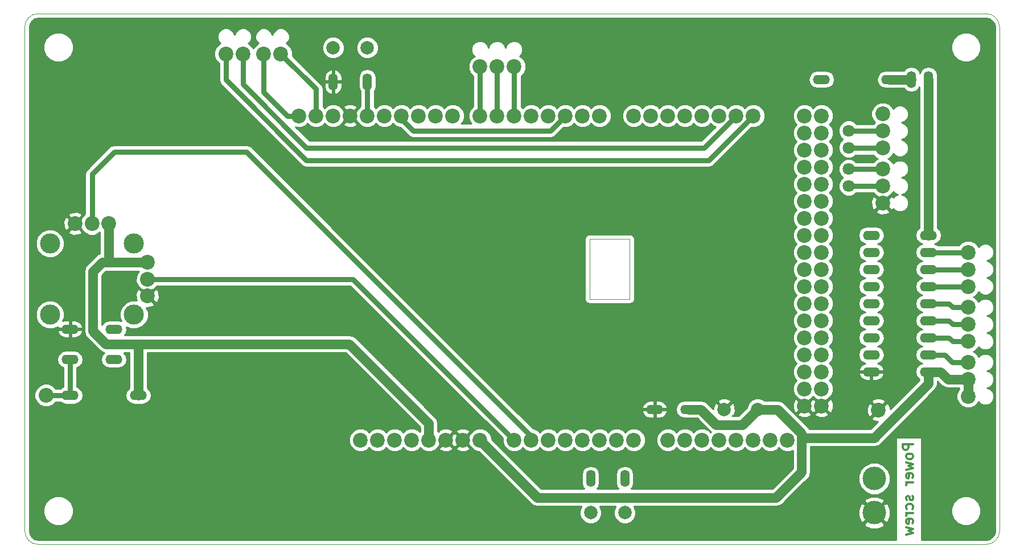
<source format=gbr>
G04 #@! TF.FileFunction,Copper,L1,Top,Signal*
%FSLAX46Y46*%
G04 Gerber Fmt 4.6, Leading zero omitted, Abs format (unit mm)*
G04 Created by KiCad (PCBNEW 4.0.7) date 06/30/18 16:29:44*
%MOMM*%
%LPD*%
G01*
G04 APERTURE LIST*
%ADD10C,0.100000*%
%ADD11C,0.300000*%
%ADD12O,1.400000X2.540000*%
%ADD13C,2.200000*%
%ADD14C,3.500000*%
%ADD15O,2.540000X1.400000*%
%ADD16C,2.000000*%
%ADD17C,3.000000*%
%ADD18C,1.800000*%
%ADD19C,1.400000*%
%ADD20C,0.800000*%
%ADD21C,1.000000*%
%ADD22C,0.250000*%
%ADD23C,0.254000*%
G04 APERTURE END LIST*
D10*
D11*
X200123571Y-132566429D02*
X198623571Y-132566429D01*
X198623571Y-133137857D01*
X198695000Y-133280715D01*
X198766429Y-133352143D01*
X198909286Y-133423572D01*
X199123571Y-133423572D01*
X199266429Y-133352143D01*
X199337857Y-133280715D01*
X199409286Y-133137857D01*
X199409286Y-132566429D01*
X200123571Y-134280715D02*
X200052143Y-134137857D01*
X199980714Y-134066429D01*
X199837857Y-133995000D01*
X199409286Y-133995000D01*
X199266429Y-134066429D01*
X199195000Y-134137857D01*
X199123571Y-134280715D01*
X199123571Y-134495000D01*
X199195000Y-134637857D01*
X199266429Y-134709286D01*
X199409286Y-134780715D01*
X199837857Y-134780715D01*
X199980714Y-134709286D01*
X200052143Y-134637857D01*
X200123571Y-134495000D01*
X200123571Y-134280715D01*
X199123571Y-135280715D02*
X200123571Y-135566429D01*
X199409286Y-135852143D01*
X200123571Y-136137858D01*
X199123571Y-136423572D01*
X200052143Y-137566429D02*
X200123571Y-137423572D01*
X200123571Y-137137858D01*
X200052143Y-136995001D01*
X199909286Y-136923572D01*
X199337857Y-136923572D01*
X199195000Y-136995001D01*
X199123571Y-137137858D01*
X199123571Y-137423572D01*
X199195000Y-137566429D01*
X199337857Y-137637858D01*
X199480714Y-137637858D01*
X199623571Y-136923572D01*
X200123571Y-138280715D02*
X199123571Y-138280715D01*
X199409286Y-138280715D02*
X199266429Y-138352143D01*
X199195000Y-138423572D01*
X199123571Y-138566429D01*
X199123571Y-138709286D01*
X200052143Y-140280714D02*
X200123571Y-140423571D01*
X200123571Y-140709286D01*
X200052143Y-140852143D01*
X199909286Y-140923571D01*
X199837857Y-140923571D01*
X199695000Y-140852143D01*
X199623571Y-140709286D01*
X199623571Y-140495000D01*
X199552143Y-140352143D01*
X199409286Y-140280714D01*
X199337857Y-140280714D01*
X199195000Y-140352143D01*
X199123571Y-140495000D01*
X199123571Y-140709286D01*
X199195000Y-140852143D01*
X200052143Y-142209286D02*
X200123571Y-142066429D01*
X200123571Y-141780715D01*
X200052143Y-141637857D01*
X199980714Y-141566429D01*
X199837857Y-141495000D01*
X199409286Y-141495000D01*
X199266429Y-141566429D01*
X199195000Y-141637857D01*
X199123571Y-141780715D01*
X199123571Y-142066429D01*
X199195000Y-142209286D01*
X200123571Y-142852143D02*
X199123571Y-142852143D01*
X199409286Y-142852143D02*
X199266429Y-142923571D01*
X199195000Y-142995000D01*
X199123571Y-143137857D01*
X199123571Y-143280714D01*
X200052143Y-144352142D02*
X200123571Y-144209285D01*
X200123571Y-143923571D01*
X200052143Y-143780714D01*
X199909286Y-143709285D01*
X199337857Y-143709285D01*
X199195000Y-143780714D01*
X199123571Y-143923571D01*
X199123571Y-144209285D01*
X199195000Y-144352142D01*
X199337857Y-144423571D01*
X199480714Y-144423571D01*
X199623571Y-143709285D01*
X199123571Y-144923571D02*
X200123571Y-145209285D01*
X199409286Y-145494999D01*
X200123571Y-145780714D01*
X199123571Y-146066428D01*
D10*
X158000000Y-102000000D02*
X152000000Y-102000000D01*
X158000000Y-111000000D02*
X158000000Y-102000000D01*
X152000000Y-111000000D02*
X158000000Y-111000000D01*
X152000000Y-102000000D02*
X152000000Y-111000000D01*
X68000000Y-145500000D02*
G75*
G03X70000000Y-147500000I2000000J0D01*
G01*
X70000000Y-68500000D02*
G75*
G03X68000000Y-70500000I0J-2000000D01*
G01*
X213000000Y-70500000D02*
G75*
G03X211000000Y-68500000I-2000000J0D01*
G01*
X211000000Y-147500000D02*
G75*
G03X213000000Y-145500000I0J2000000D01*
G01*
X213000000Y-70500000D02*
X213000000Y-145500000D01*
X70000000Y-68500000D02*
X211000000Y-68500000D01*
X70000000Y-147500000D02*
X211000000Y-147500000D01*
X68000000Y-70500000D02*
X68000000Y-145500000D01*
D12*
X202425000Y-78285000D03*
X199885000Y-78285000D03*
D13*
X140800000Y-76380000D03*
X138260000Y-76380000D03*
X135720000Y-76380000D03*
X97920000Y-74475000D03*
X100460000Y-74475000D03*
X106100000Y-74475000D03*
X103560000Y-74475000D03*
D14*
X194365000Y-142795000D03*
X194365000Y-137715000D03*
D15*
X196680000Y-78285000D03*
X186520000Y-78285000D03*
X166770000Y-127400000D03*
X161690000Y-127400000D03*
X84910000Y-125305000D03*
X74750000Y-125305000D03*
D16*
X177045000Y-127400000D03*
X172045000Y-127400000D03*
D13*
X208335000Y-109100000D03*
X208335000Y-106560000D03*
X208335000Y-104020000D03*
X208335000Y-112200000D03*
X208335000Y-114740000D03*
X208335000Y-117280000D03*
X208335000Y-125460000D03*
X208335000Y-122920000D03*
X208335000Y-120380000D03*
X195635000Y-83440000D03*
X195635000Y-85980000D03*
X195635000Y-88520000D03*
X195635000Y-96700000D03*
X195635000Y-94160000D03*
X195635000Y-91620000D03*
X71175000Y-125305000D03*
X86250000Y-110500000D03*
X86250000Y-108000000D03*
X86250000Y-105500000D03*
X78000000Y-99750000D03*
X80500000Y-99750000D03*
X75500000Y-99750000D03*
D17*
X84250000Y-113300000D03*
X84250000Y-102700000D03*
X71750000Y-102700000D03*
X71750000Y-113300000D03*
D15*
X81250000Y-115450000D03*
X74750000Y-115450000D03*
X74750000Y-119950000D03*
X81250000Y-119950000D03*
D13*
X195000000Y-127500000D03*
D15*
X193925000Y-104020000D03*
X193925000Y-101480000D03*
X193925000Y-106560000D03*
X193925000Y-109100000D03*
X193925000Y-111640000D03*
X193925000Y-114180000D03*
X193925000Y-116720000D03*
X193925000Y-119260000D03*
X193925000Y-121800000D03*
X202425000Y-121800000D03*
X202425000Y-119260000D03*
X202425000Y-116720000D03*
X202425000Y-114180000D03*
X202425000Y-111640000D03*
X202425000Y-109100000D03*
X202425000Y-106560000D03*
X202425000Y-104020000D03*
X202425000Y-101480000D03*
D12*
X152175000Y-137715000D03*
X157255000Y-137715000D03*
D16*
X152175000Y-142795000D03*
X157255000Y-142795000D03*
D12*
X118956000Y-78640000D03*
X113876000Y-78640000D03*
D16*
X118956000Y-73560000D03*
X113876000Y-73560000D03*
D13*
X140800000Y-131960000D03*
X135720000Y-131960000D03*
X133180000Y-131960000D03*
X130640000Y-131960000D03*
X128100000Y-131960000D03*
X125560000Y-131960000D03*
X123020000Y-131960000D03*
X120480000Y-131960000D03*
X176360000Y-83700000D03*
X173820000Y-83700000D03*
X171280000Y-83700000D03*
X168740000Y-83700000D03*
X166200000Y-83700000D03*
X163660000Y-83700000D03*
X161120000Y-83700000D03*
X158580000Y-83700000D03*
X153500000Y-83700000D03*
X150960000Y-83700000D03*
X148420000Y-83700000D03*
X145880000Y-83700000D03*
X143340000Y-83700000D03*
X140800000Y-83700000D03*
X138260000Y-83700000D03*
X135720000Y-83700000D03*
X116416000Y-83700000D03*
X131656000Y-83700000D03*
X129116000Y-83700000D03*
X126576000Y-83700000D03*
X108796000Y-83700000D03*
X111336000Y-83700000D03*
X113876000Y-83700000D03*
X118956000Y-83700000D03*
X121496000Y-83700000D03*
X124036000Y-83700000D03*
X117940000Y-131960000D03*
X143340000Y-131960000D03*
X145880000Y-131960000D03*
X148420000Y-131960000D03*
X150960000Y-131960000D03*
X153500000Y-131960000D03*
X156040000Y-131960000D03*
X158580000Y-131960000D03*
X163660000Y-131960000D03*
X166200000Y-131960000D03*
X168740000Y-131960000D03*
X171280000Y-131960000D03*
X173820000Y-131960000D03*
X176360000Y-131960000D03*
X178900000Y-131960000D03*
X181440000Y-131960000D03*
X183980000Y-83700000D03*
X186520000Y-83700000D03*
X183980000Y-86240000D03*
X186520000Y-86240000D03*
X183980000Y-88780000D03*
X186520000Y-88780000D03*
X183980000Y-91320000D03*
X186520000Y-91320000D03*
X183980000Y-93860000D03*
X186520000Y-93860000D03*
X183980000Y-96400000D03*
X186520000Y-96400000D03*
X183980000Y-98940000D03*
X186520000Y-98940000D03*
X183980000Y-101480000D03*
X186520000Y-101480000D03*
X183980000Y-104020000D03*
X186520000Y-104020000D03*
X183980000Y-106560000D03*
X186520000Y-106560000D03*
X183980000Y-109100000D03*
X186520000Y-109100000D03*
X183980000Y-111640000D03*
X186520000Y-111640000D03*
X183980000Y-114180000D03*
X186520000Y-114180000D03*
X183980000Y-116720000D03*
X186520000Y-116720000D03*
X183980000Y-119260000D03*
X186520000Y-119260000D03*
X183980000Y-121800000D03*
X186520000Y-121800000D03*
X183980000Y-124340000D03*
X186520000Y-124340000D03*
X183980000Y-126880000D03*
X186520000Y-126880000D03*
D18*
X190555000Y-85905000D03*
X190555000Y-88445000D03*
X190555000Y-94160000D03*
X190555000Y-91620000D03*
D19*
X183570000Y-133530000D02*
X183570000Y-136705000D01*
X183570000Y-131625000D02*
X183570000Y-133530000D01*
X144275000Y-140515000D02*
X135720000Y-131960000D01*
X179760000Y-140515000D02*
X144275000Y-140515000D01*
X183570000Y-136705000D02*
X179760000Y-140515000D01*
X202425000Y-121800000D02*
X202425000Y-123565000D01*
X194365000Y-131625000D02*
X183570000Y-131625000D01*
X202425000Y-123565000D02*
X194365000Y-131625000D01*
X177045000Y-127400000D02*
X179980000Y-127400000D01*
X179980000Y-127400000D02*
X183570000Y-130990000D01*
X183570000Y-130990000D02*
X183570000Y-131625000D01*
X166770000Y-127400000D02*
X168550000Y-127400000D01*
X174725000Y-129720000D02*
X177045000Y-127400000D01*
X170870000Y-129720000D02*
X174725000Y-129720000D01*
X168550000Y-127400000D02*
X170870000Y-129720000D01*
X205980000Y-122920000D02*
X205345000Y-122920000D01*
X205345000Y-122920000D02*
X204225000Y-121800000D01*
X204225000Y-121800000D02*
X202425000Y-121800000D01*
X208335000Y-122920000D02*
X205980000Y-122920000D01*
X208335000Y-125460000D02*
X208335000Y-122920000D01*
X202425000Y-78285000D02*
X202425000Y-101480000D01*
X196680000Y-78285000D02*
X199885000Y-78285000D01*
D20*
X140800000Y-76380000D02*
X140800000Y-83700000D01*
X138260000Y-76380000D02*
X138260000Y-83700000D01*
X135720000Y-76380000D02*
X135720000Y-83700000D01*
X202425000Y-111640000D02*
X205495000Y-111640000D01*
X205495000Y-111640000D02*
X206055000Y-112200000D01*
X206055000Y-112200000D02*
X208335000Y-112200000D01*
X205495000Y-111640000D02*
X206055000Y-112200000D01*
X202425000Y-114180000D02*
X205495000Y-114180000D01*
X205495000Y-114180000D02*
X206055000Y-114740000D01*
X206055000Y-114740000D02*
X208335000Y-114740000D01*
X205495000Y-114180000D02*
X206055000Y-114740000D01*
X202425000Y-109100000D02*
X208335000Y-109100000D01*
X202425000Y-106560000D02*
X208335000Y-106560000D01*
X202425000Y-116720000D02*
X205495000Y-116720000D01*
X205495000Y-116720000D02*
X206055000Y-117280000D01*
X206055000Y-117280000D02*
X208335000Y-117280000D01*
X205495000Y-116720000D02*
X206055000Y-117280000D01*
X202425000Y-119260000D02*
X204860000Y-119260000D01*
X204860000Y-119260000D02*
X205980000Y-120380000D01*
X205980000Y-120380000D02*
X208335000Y-120380000D01*
X111815000Y-90350000D02*
X109910000Y-90350000D01*
X176360000Y-83700000D02*
X169710000Y-90350000D01*
X111815000Y-90350000D02*
X164520000Y-90350000D01*
X164520000Y-90350000D02*
X169710000Y-90350000D01*
X97920000Y-78360000D02*
X97920000Y-74475000D01*
X109910000Y-90350000D02*
X97920000Y-78360000D01*
X163250000Y-88445000D02*
X109910000Y-88445000D01*
X173820000Y-83700000D02*
X169075000Y-88445000D01*
X163250000Y-88445000D02*
X169075000Y-88445000D01*
X100460000Y-78995000D02*
X100460000Y-74475000D01*
X109910000Y-88445000D02*
X100460000Y-78995000D01*
D21*
X173820000Y-83700000D02*
X173820000Y-84320000D01*
D20*
X111336000Y-83700000D02*
X111336000Y-79711000D01*
X111336000Y-79711000D02*
X106100000Y-74475000D01*
X108796000Y-83700000D02*
X107070000Y-83700000D01*
X103560000Y-80190000D02*
X103560000Y-74475000D01*
X107070000Y-83700000D02*
X103560000Y-80190000D01*
D19*
X84910000Y-125305000D02*
X84910000Y-117655000D01*
X84910000Y-117655000D02*
X84510000Y-117655000D01*
X80500000Y-99750000D02*
X80500000Y-105500000D01*
X128100000Y-131960000D02*
X128100000Y-129495000D01*
X79520000Y-105500000D02*
X80700000Y-105500000D01*
X80700000Y-105500000D02*
X86250000Y-105500000D01*
X78160000Y-106860000D02*
X79520000Y-105500000D01*
X78160000Y-115750000D02*
X78160000Y-106860000D01*
X80065000Y-117655000D02*
X78160000Y-115750000D01*
X116260000Y-117655000D02*
X84510000Y-117655000D01*
X84510000Y-117655000D02*
X80065000Y-117655000D01*
X128100000Y-129495000D02*
X116260000Y-117655000D01*
D20*
X86250000Y-108000000D02*
X116840000Y-108000000D01*
X116840000Y-108000000D02*
X140800000Y-131960000D01*
X143340000Y-131960000D02*
X143340000Y-131400000D01*
X143340000Y-131400000D02*
X101020000Y-89080000D01*
X101020000Y-89080000D02*
X81335000Y-89080000D01*
X81335000Y-89080000D02*
X78000000Y-92415000D01*
X78000000Y-92415000D02*
X78000000Y-99750000D01*
X124036000Y-83700000D02*
X124036000Y-84156000D01*
X124036000Y-84156000D02*
X125785000Y-85905000D01*
X125785000Y-85905000D02*
X146215000Y-85905000D01*
X146215000Y-85905000D02*
X148420000Y-83700000D01*
X118956000Y-78640000D02*
X118956000Y-83700000D01*
D22*
X119080000Y-83576000D02*
X118956000Y-83700000D01*
D20*
X195635000Y-85980000D02*
X190630000Y-85980000D01*
X190630000Y-85980000D02*
X190555000Y-85905000D01*
X190630000Y-85980000D02*
X190555000Y-85905000D01*
X190630000Y-88520000D02*
X190555000Y-88445000D01*
X190630000Y-88520000D02*
X195635000Y-88520000D01*
X195635000Y-94160000D02*
X190555000Y-94160000D01*
X195635000Y-91620000D02*
X190555000Y-91620000D01*
X71175000Y-125305000D02*
X74750000Y-125305000D01*
X74750000Y-119950000D02*
X74750000Y-125305000D01*
X202425000Y-104020000D02*
X208335000Y-104020000D01*
X143340000Y-83700000D02*
X143340000Y-83685000D01*
X131740000Y-83700000D02*
X131656000Y-83700000D01*
X183905000Y-121800000D02*
X183980000Y-121800000D01*
X183905000Y-121800000D02*
X183980000Y-121800000D01*
D23*
G36*
X211498094Y-69297497D02*
X211920357Y-69579643D01*
X212202503Y-70001906D01*
X212315000Y-70567466D01*
X212315000Y-145432534D01*
X212202503Y-145998094D01*
X211920357Y-146420357D01*
X211498094Y-146702503D01*
X210932533Y-146815000D01*
X201430000Y-146815000D01*
X201430000Y-142942619D01*
X205764613Y-142942619D01*
X206104155Y-143764372D01*
X206732321Y-144393636D01*
X207553481Y-144734611D01*
X208442619Y-144735387D01*
X209264372Y-144395845D01*
X209893636Y-143767679D01*
X210234611Y-142946519D01*
X210235387Y-142057381D01*
X209895845Y-141235628D01*
X209267679Y-140606364D01*
X208446519Y-140265389D01*
X207557381Y-140264613D01*
X206735628Y-140604155D01*
X206106364Y-141232321D01*
X205765389Y-142053481D01*
X205764613Y-142942619D01*
X201430000Y-142942619D01*
X201430000Y-131574286D01*
X197610000Y-131574286D01*
X197610000Y-146815000D01*
X70067466Y-146815000D01*
X69501906Y-146702503D01*
X69079643Y-146420357D01*
X68797497Y-145998094D01*
X68685000Y-145432533D01*
X68685000Y-142942619D01*
X70764613Y-142942619D01*
X71104155Y-143764372D01*
X71732321Y-144393636D01*
X72553481Y-144734611D01*
X73442619Y-144735387D01*
X74037642Y-144489528D01*
X192850077Y-144489528D01*
X193040364Y-144834271D01*
X193921591Y-145185956D01*
X194870323Y-145173641D01*
X195689636Y-144834271D01*
X195879923Y-144489528D01*
X194365000Y-142974605D01*
X192850077Y-144489528D01*
X74037642Y-144489528D01*
X74264372Y-144395845D01*
X74893636Y-143767679D01*
X75234611Y-142946519D01*
X75235387Y-142057381D01*
X74895845Y-141235628D01*
X74267679Y-140606364D01*
X73446519Y-140265389D01*
X72557381Y-140264613D01*
X71735628Y-140604155D01*
X71106364Y-141232321D01*
X70765389Y-142053481D01*
X70764613Y-142942619D01*
X68685000Y-142942619D01*
X68685000Y-125648599D01*
X69439699Y-125648599D01*
X69703281Y-126286515D01*
X70190918Y-126775004D01*
X70828373Y-127039699D01*
X71518599Y-127040301D01*
X72156515Y-126776719D01*
X72593997Y-126340000D01*
X73334901Y-126340000D01*
X73631797Y-126538379D01*
X74142679Y-126640000D01*
X75357321Y-126640000D01*
X75868203Y-126538379D01*
X76301309Y-126248988D01*
X76590700Y-125815882D01*
X76692321Y-125305000D01*
X76590700Y-124794118D01*
X76301309Y-124361012D01*
X75868203Y-124071621D01*
X75785000Y-124055071D01*
X75785000Y-121199929D01*
X75868203Y-121183379D01*
X76301309Y-120893988D01*
X76590700Y-120460882D01*
X76692321Y-119950000D01*
X76590700Y-119439118D01*
X76301309Y-119006012D01*
X75868203Y-118716621D01*
X75357321Y-118615000D01*
X74142679Y-118615000D01*
X73631797Y-118716621D01*
X73198691Y-119006012D01*
X72909300Y-119439118D01*
X72807679Y-119950000D01*
X72909300Y-120460882D01*
X73198691Y-120893988D01*
X73631797Y-121183379D01*
X73715000Y-121199929D01*
X73715000Y-124055071D01*
X73631797Y-124071621D01*
X73334901Y-124270000D01*
X72593327Y-124270000D01*
X72159082Y-123834996D01*
X71521627Y-123570301D01*
X70831401Y-123569699D01*
X70193485Y-123833281D01*
X69704996Y-124320918D01*
X69440301Y-124958373D01*
X69439699Y-125648599D01*
X68685000Y-125648599D01*
X68685000Y-115783329D01*
X72887284Y-115783329D01*
X72898020Y-115843550D01*
X73146210Y-116304185D01*
X73551785Y-116634778D01*
X74053000Y-116785000D01*
X74623000Y-116785000D01*
X74623000Y-115577000D01*
X74877000Y-115577000D01*
X74877000Y-116785000D01*
X75447000Y-116785000D01*
X75948215Y-116634778D01*
X76353790Y-116304185D01*
X76601980Y-115843550D01*
X76612716Y-115783329D01*
X76489374Y-115577000D01*
X74877000Y-115577000D01*
X74623000Y-115577000D01*
X73010626Y-115577000D01*
X72887284Y-115783329D01*
X68685000Y-115783329D01*
X68685000Y-113722815D01*
X69614630Y-113722815D01*
X69938980Y-114507800D01*
X70539041Y-115108909D01*
X71323459Y-115434628D01*
X72172815Y-115435370D01*
X72898543Y-115135505D01*
X73010626Y-115323000D01*
X74623000Y-115323000D01*
X74623000Y-114115000D01*
X74877000Y-114115000D01*
X74877000Y-115323000D01*
X76489374Y-115323000D01*
X76612716Y-115116671D01*
X76601980Y-115056450D01*
X76353790Y-114595815D01*
X75948215Y-114265222D01*
X75447000Y-114115000D01*
X74877000Y-114115000D01*
X74623000Y-114115000D01*
X74053000Y-114115000D01*
X73676465Y-114227854D01*
X73884628Y-113726541D01*
X73885370Y-112877185D01*
X73561020Y-112092200D01*
X72960959Y-111491091D01*
X72176541Y-111165372D01*
X71327185Y-111164630D01*
X70542200Y-111488980D01*
X69941091Y-112089041D01*
X69615372Y-112873459D01*
X69614630Y-113722815D01*
X68685000Y-113722815D01*
X68685000Y-103122815D01*
X69614630Y-103122815D01*
X69938980Y-103907800D01*
X70539041Y-104508909D01*
X71323459Y-104834628D01*
X72172815Y-104835370D01*
X72957800Y-104511020D01*
X73558909Y-103910959D01*
X73884628Y-103126541D01*
X73885370Y-102277185D01*
X73561020Y-101492200D01*
X73044590Y-100974868D01*
X74454737Y-100974868D01*
X74565641Y-101252099D01*
X75211593Y-101495323D01*
X75901453Y-101472836D01*
X76434359Y-101252099D01*
X76545263Y-100974868D01*
X75500000Y-99929605D01*
X74454737Y-100974868D01*
X73044590Y-100974868D01*
X72960959Y-100891091D01*
X72176541Y-100565372D01*
X71327185Y-100564630D01*
X70542200Y-100888980D01*
X69941091Y-101489041D01*
X69615372Y-102273459D01*
X69614630Y-103122815D01*
X68685000Y-103122815D01*
X68685000Y-99461593D01*
X73754677Y-99461593D01*
X73777164Y-100151453D01*
X73997901Y-100684359D01*
X74275132Y-100795263D01*
X75320395Y-99750000D01*
X75679605Y-99750000D01*
X76434744Y-100505139D01*
X76528281Y-100731515D01*
X77015918Y-101220004D01*
X77653373Y-101484699D01*
X78343599Y-101485301D01*
X78981515Y-101221719D01*
X79165000Y-101038554D01*
X79165000Y-104235614D01*
X79009118Y-104266621D01*
X78576012Y-104556012D01*
X78576010Y-104556015D01*
X77216012Y-105916012D01*
X76926621Y-106349117D01*
X76824999Y-106860000D01*
X76825000Y-106860005D01*
X76825000Y-115749995D01*
X76824999Y-115750000D01*
X76926621Y-116260883D01*
X77216012Y-116693988D01*
X79121010Y-118598985D01*
X79121012Y-118598988D01*
X79349591Y-118751719D01*
X79554118Y-118888379D01*
X79801189Y-118937525D01*
X79698691Y-119006012D01*
X79409300Y-119439118D01*
X79307679Y-119950000D01*
X79409300Y-120460882D01*
X79698691Y-120893988D01*
X80131797Y-121183379D01*
X80642679Y-121285000D01*
X81857321Y-121285000D01*
X82368203Y-121183379D01*
X82801309Y-120893988D01*
X83090700Y-120460882D01*
X83192321Y-119950000D01*
X83090700Y-119439118D01*
X82801309Y-119006012D01*
X82777345Y-118990000D01*
X83575000Y-118990000D01*
X83575000Y-124216480D01*
X83358691Y-124361012D01*
X83069300Y-124794118D01*
X82967679Y-125305000D01*
X83069300Y-125815882D01*
X83358691Y-126248988D01*
X83791797Y-126538379D01*
X84302679Y-126640000D01*
X85517321Y-126640000D01*
X86028203Y-126538379D01*
X86461309Y-126248988D01*
X86750700Y-125815882D01*
X86852321Y-125305000D01*
X86750700Y-124794118D01*
X86461309Y-124361012D01*
X86245000Y-124216480D01*
X86245000Y-118990000D01*
X115707024Y-118990000D01*
X126765000Y-130047975D01*
X126765000Y-130711300D01*
X126544082Y-130489996D01*
X125906627Y-130225301D01*
X125216401Y-130224699D01*
X124578485Y-130488281D01*
X124289925Y-130776338D01*
X124004082Y-130489996D01*
X123366627Y-130225301D01*
X122676401Y-130224699D01*
X122038485Y-130488281D01*
X121749925Y-130776338D01*
X121464082Y-130489996D01*
X120826627Y-130225301D01*
X120136401Y-130224699D01*
X119498485Y-130488281D01*
X119209925Y-130776338D01*
X118924082Y-130489996D01*
X118286627Y-130225301D01*
X117596401Y-130224699D01*
X116958485Y-130488281D01*
X116469996Y-130975918D01*
X116205301Y-131613373D01*
X116204699Y-132303599D01*
X116468281Y-132941515D01*
X116955918Y-133430004D01*
X117593373Y-133694699D01*
X118283599Y-133695301D01*
X118921515Y-133431719D01*
X119210075Y-133143662D01*
X119495918Y-133430004D01*
X120133373Y-133694699D01*
X120823599Y-133695301D01*
X121461515Y-133431719D01*
X121750075Y-133143662D01*
X122035918Y-133430004D01*
X122673373Y-133694699D01*
X123363599Y-133695301D01*
X124001515Y-133431719D01*
X124290075Y-133143662D01*
X124575918Y-133430004D01*
X125213373Y-133694699D01*
X125903599Y-133695301D01*
X126541515Y-133431719D01*
X126830075Y-133143662D01*
X127115918Y-133430004D01*
X127753373Y-133694699D01*
X128443599Y-133695301D01*
X129081515Y-133431719D01*
X129328797Y-133184868D01*
X129594737Y-133184868D01*
X129705641Y-133462099D01*
X130351593Y-133705323D01*
X131041453Y-133682836D01*
X131574359Y-133462099D01*
X131685263Y-133184868D01*
X132134737Y-133184868D01*
X132245641Y-133462099D01*
X132891593Y-133705323D01*
X133581453Y-133682836D01*
X134114359Y-133462099D01*
X134225263Y-133184868D01*
X133180000Y-132139605D01*
X132134737Y-133184868D01*
X131685263Y-133184868D01*
X130640000Y-132139605D01*
X129594737Y-133184868D01*
X129328797Y-133184868D01*
X129570004Y-132944082D01*
X129636534Y-132783861D01*
X130460395Y-131960000D01*
X130819605Y-131960000D01*
X131624116Y-132764511D01*
X131677901Y-132894359D01*
X131804682Y-132945077D01*
X131864868Y-133005263D01*
X131910000Y-132987208D01*
X131955132Y-133005263D01*
X132015318Y-132945077D01*
X132142099Y-132894359D01*
X132188037Y-132772358D01*
X133000395Y-131960000D01*
X133359605Y-131960000D01*
X134182910Y-132783305D01*
X134248281Y-132941515D01*
X134735918Y-133430004D01*
X135373373Y-133694699D01*
X135566892Y-133694868D01*
X143331012Y-141458988D01*
X143764117Y-141748379D01*
X144275000Y-141850001D01*
X144275005Y-141850000D01*
X150807390Y-141850000D01*
X150789722Y-141867637D01*
X150540284Y-142468352D01*
X150539716Y-143118795D01*
X150788106Y-143719943D01*
X151247637Y-144180278D01*
X151848352Y-144429716D01*
X152498795Y-144430284D01*
X153099943Y-144181894D01*
X153560278Y-143722363D01*
X153809716Y-143121648D01*
X153810284Y-142471205D01*
X153561894Y-141870057D01*
X153541872Y-141850000D01*
X155887390Y-141850000D01*
X155869722Y-141867637D01*
X155620284Y-142468352D01*
X155619716Y-143118795D01*
X155868106Y-143719943D01*
X156327637Y-144180278D01*
X156928352Y-144429716D01*
X157578795Y-144430284D01*
X158179943Y-144181894D01*
X158640278Y-143722363D01*
X158889716Y-143121648D01*
X158890284Y-142471205D01*
X158840861Y-142351591D01*
X191974044Y-142351591D01*
X191986359Y-143300323D01*
X192325729Y-144119636D01*
X192670472Y-144309923D01*
X194185395Y-142795000D01*
X194544605Y-142795000D01*
X196059528Y-144309923D01*
X196404271Y-144119636D01*
X196755956Y-143238409D01*
X196743641Y-142289677D01*
X196404271Y-141470364D01*
X196059528Y-141280077D01*
X194544605Y-142795000D01*
X194185395Y-142795000D01*
X192670472Y-141280077D01*
X192325729Y-141470364D01*
X191974044Y-142351591D01*
X158840861Y-142351591D01*
X158641894Y-141870057D01*
X158621872Y-141850000D01*
X179759995Y-141850000D01*
X179760000Y-141850001D01*
X180270883Y-141748379D01*
X180703988Y-141458988D01*
X181062503Y-141100472D01*
X192850077Y-141100472D01*
X194365000Y-142615395D01*
X195879923Y-141100472D01*
X195689636Y-140755729D01*
X194808409Y-140404044D01*
X193859677Y-140416359D01*
X193040364Y-140755729D01*
X192850077Y-141100472D01*
X181062503Y-141100472D01*
X183975650Y-138187325D01*
X191979587Y-138187325D01*
X192341916Y-139064229D01*
X193012242Y-139735726D01*
X193888513Y-140099585D01*
X194837325Y-140100413D01*
X195714229Y-139738084D01*
X196385726Y-139067758D01*
X196749585Y-138191487D01*
X196750413Y-137242675D01*
X196388084Y-136365771D01*
X195717758Y-135694274D01*
X194841487Y-135330415D01*
X193892675Y-135329587D01*
X193015771Y-135691916D01*
X192344274Y-136362242D01*
X191980415Y-137238513D01*
X191979587Y-138187325D01*
X183975650Y-138187325D01*
X184513985Y-137648990D01*
X184513988Y-137648988D01*
X184803379Y-137215882D01*
X184824902Y-137107679D01*
X184905001Y-136705000D01*
X184905000Y-136704995D01*
X184905000Y-132960000D01*
X194364995Y-132960000D01*
X194365000Y-132960001D01*
X194875883Y-132858379D01*
X195308988Y-132568988D01*
X203368985Y-124508990D01*
X203368988Y-124508988D01*
X203542465Y-124249360D01*
X203658379Y-124075883D01*
X203760000Y-123565000D01*
X203760000Y-123222976D01*
X204401010Y-123863985D01*
X204401012Y-123863988D01*
X204599183Y-123996401D01*
X204834117Y-124153379D01*
X205345000Y-124255000D01*
X207000000Y-124255000D01*
X207000000Y-124341149D01*
X206864996Y-124475918D01*
X206600301Y-125113373D01*
X206599699Y-125803599D01*
X206863281Y-126441515D01*
X207350918Y-126930004D01*
X207988373Y-127194699D01*
X208678599Y-127195301D01*
X209316515Y-126931719D01*
X209805004Y-126444082D01*
X209874533Y-126276638D01*
X210146155Y-126548735D01*
X210618276Y-126744777D01*
X211129481Y-126745223D01*
X211601943Y-126550005D01*
X211963735Y-126188845D01*
X212159777Y-125716724D01*
X212160223Y-125205519D01*
X211965005Y-124733057D01*
X211603845Y-124371265D01*
X211166818Y-124189795D01*
X211601943Y-124010005D01*
X211963735Y-123648845D01*
X212159777Y-123176724D01*
X212160223Y-122665519D01*
X211965005Y-122193057D01*
X211603845Y-121831265D01*
X211166818Y-121649795D01*
X211601943Y-121470005D01*
X211963735Y-121108845D01*
X212159777Y-120636724D01*
X212160223Y-120125519D01*
X211965005Y-119653057D01*
X211603845Y-119291265D01*
X211131724Y-119095223D01*
X210620519Y-119094777D01*
X210148057Y-119289995D01*
X209874660Y-119562914D01*
X209806719Y-119398485D01*
X209319082Y-118909996D01*
X209126745Y-118830131D01*
X209316515Y-118751719D01*
X209805004Y-118264082D01*
X209874533Y-118096638D01*
X210146155Y-118368735D01*
X210618276Y-118564777D01*
X211129481Y-118565223D01*
X211601943Y-118370005D01*
X211963735Y-118008845D01*
X212159777Y-117536724D01*
X212160223Y-117025519D01*
X211965005Y-116553057D01*
X211603845Y-116191265D01*
X211166818Y-116009795D01*
X211601943Y-115830005D01*
X211963735Y-115468845D01*
X212159777Y-114996724D01*
X212160223Y-114485519D01*
X211965005Y-114013057D01*
X211603845Y-113651265D01*
X211166818Y-113469795D01*
X211601943Y-113290005D01*
X211963735Y-112928845D01*
X212159777Y-112456724D01*
X212160223Y-111945519D01*
X211965005Y-111473057D01*
X211603845Y-111111265D01*
X211131724Y-110915223D01*
X210620519Y-110914777D01*
X210148057Y-111109995D01*
X209874660Y-111382914D01*
X209806719Y-111218485D01*
X209319082Y-110729996D01*
X209126745Y-110650131D01*
X209316515Y-110571719D01*
X209805004Y-110084082D01*
X209874533Y-109916638D01*
X210146155Y-110188735D01*
X210618276Y-110384777D01*
X211129481Y-110385223D01*
X211601943Y-110190005D01*
X211963735Y-109828845D01*
X212159777Y-109356724D01*
X212160223Y-108845519D01*
X211965005Y-108373057D01*
X211603845Y-108011265D01*
X211166818Y-107829795D01*
X211601943Y-107650005D01*
X211963735Y-107288845D01*
X212159777Y-106816724D01*
X212160223Y-106305519D01*
X211965005Y-105833057D01*
X211603845Y-105471265D01*
X211166818Y-105289795D01*
X211601943Y-105110005D01*
X211963735Y-104748845D01*
X212159777Y-104276724D01*
X212160223Y-103765519D01*
X211965005Y-103293057D01*
X211603845Y-102931265D01*
X211131724Y-102735223D01*
X210620519Y-102734777D01*
X210148057Y-102929995D01*
X209874660Y-103202914D01*
X209806719Y-103038485D01*
X209319082Y-102549996D01*
X208681627Y-102285301D01*
X207991401Y-102284699D01*
X207353485Y-102548281D01*
X206916003Y-102985000D01*
X203840099Y-102985000D01*
X203543203Y-102786621D01*
X203359097Y-102750000D01*
X203543203Y-102713379D01*
X203976309Y-102423988D01*
X204265700Y-101990882D01*
X204367321Y-101480000D01*
X204265700Y-100969118D01*
X203976309Y-100536012D01*
X203760000Y-100391480D01*
X203760000Y-77677679D01*
X203658379Y-77166797D01*
X203368988Y-76733691D01*
X202935882Y-76444300D01*
X202425000Y-76342679D01*
X201914118Y-76444300D01*
X201481012Y-76733691D01*
X201191621Y-77166797D01*
X201155000Y-77350903D01*
X201118379Y-77166797D01*
X200828988Y-76733691D01*
X200395882Y-76444300D01*
X199885000Y-76342679D01*
X199374118Y-76444300D01*
X198941012Y-76733691D01*
X198796480Y-76950000D01*
X196072679Y-76950000D01*
X195561797Y-77051621D01*
X195128691Y-77341012D01*
X194839300Y-77774118D01*
X194737679Y-78285000D01*
X194839300Y-78795882D01*
X195128691Y-79228988D01*
X195561797Y-79518379D01*
X196072679Y-79620000D01*
X198796480Y-79620000D01*
X198941012Y-79836309D01*
X199374118Y-80125700D01*
X199885000Y-80227321D01*
X200395882Y-80125700D01*
X200828988Y-79836309D01*
X201090000Y-79445675D01*
X201090000Y-100391480D01*
X200873691Y-100536012D01*
X200584300Y-100969118D01*
X200482679Y-101480000D01*
X200584300Y-101990882D01*
X200873691Y-102423988D01*
X201306797Y-102713379D01*
X201490903Y-102750000D01*
X201306797Y-102786621D01*
X200873691Y-103076012D01*
X200584300Y-103509118D01*
X200482679Y-104020000D01*
X200584300Y-104530882D01*
X200873691Y-104963988D01*
X201306797Y-105253379D01*
X201490903Y-105290000D01*
X201306797Y-105326621D01*
X200873691Y-105616012D01*
X200584300Y-106049118D01*
X200482679Y-106560000D01*
X200584300Y-107070882D01*
X200873691Y-107503988D01*
X201306797Y-107793379D01*
X201490903Y-107830000D01*
X201306797Y-107866621D01*
X200873691Y-108156012D01*
X200584300Y-108589118D01*
X200482679Y-109100000D01*
X200584300Y-109610882D01*
X200873691Y-110043988D01*
X201306797Y-110333379D01*
X201490903Y-110370000D01*
X201306797Y-110406621D01*
X200873691Y-110696012D01*
X200584300Y-111129118D01*
X200482679Y-111640000D01*
X200584300Y-112150882D01*
X200873691Y-112583988D01*
X201306797Y-112873379D01*
X201490903Y-112910000D01*
X201306797Y-112946621D01*
X200873691Y-113236012D01*
X200584300Y-113669118D01*
X200482679Y-114180000D01*
X200584300Y-114690882D01*
X200873691Y-115123988D01*
X201306797Y-115413379D01*
X201490903Y-115450000D01*
X201306797Y-115486621D01*
X200873691Y-115776012D01*
X200584300Y-116209118D01*
X200482679Y-116720000D01*
X200584300Y-117230882D01*
X200873691Y-117663988D01*
X201306797Y-117953379D01*
X201490903Y-117990000D01*
X201306797Y-118026621D01*
X200873691Y-118316012D01*
X200584300Y-118749118D01*
X200482679Y-119260000D01*
X200584300Y-119770882D01*
X200873691Y-120203988D01*
X201306797Y-120493379D01*
X201490903Y-120530000D01*
X201306797Y-120566621D01*
X200873691Y-120856012D01*
X200584300Y-121289118D01*
X200482679Y-121800000D01*
X200584300Y-122310882D01*
X200873691Y-122743988D01*
X201090000Y-122888520D01*
X201090000Y-123012025D01*
X196731695Y-127370329D01*
X196722836Y-127098547D01*
X196502099Y-126565641D01*
X196224868Y-126454737D01*
X195179605Y-127500000D01*
X195193748Y-127514143D01*
X195014143Y-127693748D01*
X195000000Y-127679605D01*
X193954737Y-128724868D01*
X194065641Y-129002099D01*
X194711593Y-129245323D01*
X194861591Y-129240434D01*
X193812024Y-130290000D01*
X184677015Y-130290000D01*
X184513988Y-130046012D01*
X184513985Y-130046010D01*
X182572844Y-128104868D01*
X182934737Y-128104868D01*
X183045641Y-128382099D01*
X183691593Y-128625323D01*
X184381453Y-128602836D01*
X184914359Y-128382099D01*
X185025263Y-128104868D01*
X185474737Y-128104868D01*
X185585641Y-128382099D01*
X186231593Y-128625323D01*
X186921453Y-128602836D01*
X187454359Y-128382099D01*
X187565263Y-128104868D01*
X186520000Y-127059605D01*
X185474737Y-128104868D01*
X185025263Y-128104868D01*
X183980000Y-127059605D01*
X182934737Y-128104868D01*
X182572844Y-128104868D01*
X181059569Y-126591593D01*
X182234677Y-126591593D01*
X182257164Y-127281453D01*
X182477901Y-127814359D01*
X182755132Y-127925263D01*
X183800395Y-126880000D01*
X184159605Y-126880000D01*
X184964116Y-127684511D01*
X185017901Y-127814359D01*
X185144682Y-127865077D01*
X185204868Y-127925263D01*
X185250000Y-127907208D01*
X185295132Y-127925263D01*
X185355318Y-127865077D01*
X185482099Y-127814359D01*
X185528037Y-127692358D01*
X186340395Y-126880000D01*
X186699605Y-126880000D01*
X187744868Y-127925263D01*
X188022099Y-127814359D01*
X188249061Y-127211593D01*
X193254677Y-127211593D01*
X193277164Y-127901453D01*
X193497901Y-128434359D01*
X193775132Y-128545263D01*
X194820395Y-127500000D01*
X193775132Y-126454737D01*
X193497901Y-126565641D01*
X193254677Y-127211593D01*
X188249061Y-127211593D01*
X188265323Y-127168407D01*
X188242836Y-126478547D01*
X188158579Y-126275132D01*
X193954737Y-126275132D01*
X195000000Y-127320395D01*
X196045263Y-126275132D01*
X195934359Y-125997901D01*
X195288407Y-125754677D01*
X194598547Y-125777164D01*
X194065641Y-125997901D01*
X193954737Y-126275132D01*
X188158579Y-126275132D01*
X188022099Y-125945641D01*
X187744868Y-125834737D01*
X186699605Y-126880000D01*
X186340395Y-126880000D01*
X185535884Y-126075489D01*
X185482099Y-125945641D01*
X185355318Y-125894923D01*
X185295132Y-125834737D01*
X185250000Y-125852792D01*
X185204868Y-125834737D01*
X185144682Y-125894923D01*
X185017901Y-125945641D01*
X184971963Y-126067642D01*
X184159605Y-126880000D01*
X183800395Y-126880000D01*
X182755132Y-125834737D01*
X182477901Y-125945641D01*
X182234677Y-126591593D01*
X181059569Y-126591593D01*
X180923988Y-126456012D01*
X180490883Y-126166621D01*
X179980000Y-126064999D01*
X179979995Y-126065000D01*
X178022553Y-126065000D01*
X177972363Y-126014722D01*
X177371648Y-125765284D01*
X176721205Y-125764716D01*
X176120057Y-126013106D01*
X175659722Y-126472637D01*
X175410284Y-127073352D01*
X175410220Y-127146805D01*
X174172024Y-128385000D01*
X173209608Y-128385000D01*
X173197534Y-128372926D01*
X173464387Y-128274264D01*
X173690908Y-127664539D01*
X173666856Y-127014540D01*
X173464387Y-126525736D01*
X173197532Y-126427073D01*
X172224605Y-127400000D01*
X172238748Y-127414143D01*
X172059143Y-127593748D01*
X172045000Y-127579605D01*
X172030858Y-127593748D01*
X171851253Y-127414143D01*
X171865395Y-127400000D01*
X170892468Y-126427073D01*
X170625613Y-126525736D01*
X170399092Y-127135461D01*
X170407763Y-127369787D01*
X169493988Y-126456012D01*
X169181880Y-126247468D01*
X171072073Y-126247468D01*
X172045000Y-127220395D01*
X173017927Y-126247468D01*
X172919264Y-125980613D01*
X172309539Y-125754092D01*
X171659540Y-125778144D01*
X171170736Y-125980613D01*
X171072073Y-126247468D01*
X169181880Y-126247468D01*
X169060883Y-126166621D01*
X168550000Y-126064999D01*
X168549995Y-126065000D01*
X166162679Y-126065000D01*
X165651797Y-126166621D01*
X165218691Y-126456012D01*
X164929300Y-126889118D01*
X164827679Y-127400000D01*
X164929300Y-127910882D01*
X165218691Y-128343988D01*
X165651797Y-128633379D01*
X166162679Y-128735000D01*
X167997024Y-128735000D01*
X169926010Y-130663985D01*
X169926012Y-130663988D01*
X170043698Y-130742623D01*
X170009925Y-130776338D01*
X169724082Y-130489996D01*
X169086627Y-130225301D01*
X168396401Y-130224699D01*
X167758485Y-130488281D01*
X167469925Y-130776338D01*
X167184082Y-130489996D01*
X166546627Y-130225301D01*
X165856401Y-130224699D01*
X165218485Y-130488281D01*
X164929925Y-130776338D01*
X164644082Y-130489996D01*
X164006627Y-130225301D01*
X163316401Y-130224699D01*
X162678485Y-130488281D01*
X162189996Y-130975918D01*
X161925301Y-131613373D01*
X161924699Y-132303599D01*
X162188281Y-132941515D01*
X162675918Y-133430004D01*
X163313373Y-133694699D01*
X164003599Y-133695301D01*
X164641515Y-133431719D01*
X164930075Y-133143662D01*
X165215918Y-133430004D01*
X165853373Y-133694699D01*
X166543599Y-133695301D01*
X167181515Y-133431719D01*
X167470075Y-133143662D01*
X167755918Y-133430004D01*
X168393373Y-133694699D01*
X169083599Y-133695301D01*
X169721515Y-133431719D01*
X170010075Y-133143662D01*
X170295918Y-133430004D01*
X170933373Y-133694699D01*
X171623599Y-133695301D01*
X172261515Y-133431719D01*
X172550075Y-133143662D01*
X172835918Y-133430004D01*
X173473373Y-133694699D01*
X174163599Y-133695301D01*
X174801515Y-133431719D01*
X175090075Y-133143662D01*
X175375918Y-133430004D01*
X176013373Y-133694699D01*
X176703599Y-133695301D01*
X177341515Y-133431719D01*
X177630075Y-133143662D01*
X177915918Y-133430004D01*
X178553373Y-133694699D01*
X179243599Y-133695301D01*
X179881515Y-133431719D01*
X180170075Y-133143662D01*
X180455918Y-133430004D01*
X181093373Y-133694699D01*
X181783599Y-133695301D01*
X182235000Y-133508786D01*
X182235000Y-136152025D01*
X179207024Y-139180000D01*
X158256658Y-139180000D01*
X158488379Y-138833203D01*
X158590000Y-138322321D01*
X158590000Y-137107679D01*
X158488379Y-136596797D01*
X158198988Y-136163691D01*
X157765882Y-135874300D01*
X157255000Y-135772679D01*
X156744118Y-135874300D01*
X156311012Y-136163691D01*
X156021621Y-136596797D01*
X155920000Y-137107679D01*
X155920000Y-138322321D01*
X156021621Y-138833203D01*
X156253342Y-139180000D01*
X153176658Y-139180000D01*
X153408379Y-138833203D01*
X153510000Y-138322321D01*
X153510000Y-137107679D01*
X153408379Y-136596797D01*
X153118988Y-136163691D01*
X152685882Y-135874300D01*
X152175000Y-135772679D01*
X151664118Y-135874300D01*
X151231012Y-136163691D01*
X150941621Y-136596797D01*
X150840000Y-137107679D01*
X150840000Y-138322321D01*
X150941621Y-138833203D01*
X151173342Y-139180000D01*
X144827976Y-139180000D01*
X137455135Y-131807159D01*
X137455301Y-131616401D01*
X137191719Y-130978485D01*
X136704082Y-130489996D01*
X136066627Y-130225301D01*
X135376401Y-130224699D01*
X134738485Y-130488281D01*
X134249996Y-130975918D01*
X134183466Y-131136139D01*
X133359605Y-131960000D01*
X133000395Y-131960000D01*
X132195884Y-131155489D01*
X132142099Y-131025641D01*
X132015318Y-130974923D01*
X131955132Y-130914737D01*
X131910000Y-130932792D01*
X131864868Y-130914737D01*
X131804682Y-130974923D01*
X131677901Y-131025641D01*
X131631963Y-131147642D01*
X130819605Y-131960000D01*
X130460395Y-131960000D01*
X130446253Y-131945858D01*
X130625858Y-131766253D01*
X130640000Y-131780395D01*
X131685263Y-130735132D01*
X132134737Y-130735132D01*
X133180000Y-131780395D01*
X134225263Y-130735132D01*
X134114359Y-130457901D01*
X133468407Y-130214677D01*
X132778547Y-130237164D01*
X132245641Y-130457901D01*
X132134737Y-130735132D01*
X131685263Y-130735132D01*
X131574359Y-130457901D01*
X130928407Y-130214677D01*
X130238547Y-130237164D01*
X129705641Y-130457901D01*
X129594738Y-130735130D01*
X129480698Y-130621090D01*
X129435000Y-130666788D01*
X129435000Y-129495005D01*
X129435001Y-129495000D01*
X129333379Y-128984118D01*
X129043988Y-128551012D01*
X129043985Y-128551010D01*
X117203988Y-116711012D01*
X116770883Y-116421621D01*
X116260000Y-116319999D01*
X116259995Y-116320000D01*
X82850746Y-116320000D01*
X83090700Y-115960882D01*
X83192321Y-115450000D01*
X83132165Y-115147578D01*
X83823459Y-115434628D01*
X84672815Y-115435370D01*
X85457800Y-115111020D01*
X86058909Y-114510959D01*
X86384628Y-113726541D01*
X86385370Y-112877185D01*
X86122127Y-112240090D01*
X86651453Y-112222836D01*
X87184359Y-112002099D01*
X87295263Y-111724868D01*
X86250000Y-110679605D01*
X86235858Y-110693748D01*
X86056253Y-110514143D01*
X86070395Y-110500000D01*
X86429605Y-110500000D01*
X87474868Y-111545263D01*
X87752099Y-111434359D01*
X87995323Y-110788407D01*
X87972836Y-110098547D01*
X87752099Y-109565641D01*
X87474868Y-109454737D01*
X86429605Y-110500000D01*
X86070395Y-110500000D01*
X85025132Y-109454737D01*
X84747901Y-109565641D01*
X84504677Y-110211593D01*
X84527164Y-110901453D01*
X84636468Y-111165337D01*
X83827185Y-111164630D01*
X83042200Y-111488980D01*
X82441091Y-112089041D01*
X82115372Y-112873459D01*
X82114630Y-113722815D01*
X82314231Y-114205885D01*
X81857321Y-114115000D01*
X80642679Y-114115000D01*
X80131797Y-114216621D01*
X79698691Y-114506012D01*
X79495000Y-114810858D01*
X79495000Y-107412976D01*
X80072975Y-106835000D01*
X84961230Y-106835000D01*
X84779996Y-107015918D01*
X84515301Y-107653373D01*
X84514699Y-108343599D01*
X84778281Y-108981515D01*
X85265918Y-109470004D01*
X85494542Y-109564937D01*
X86250000Y-110320395D01*
X87005139Y-109565256D01*
X87231515Y-109471719D01*
X87668997Y-109035000D01*
X116411288Y-109035000D01*
X139065235Y-131688946D01*
X139064699Y-132303599D01*
X139328281Y-132941515D01*
X139815918Y-133430004D01*
X140453373Y-133694699D01*
X141143599Y-133695301D01*
X141781515Y-133431719D01*
X142070075Y-133143662D01*
X142355918Y-133430004D01*
X142993373Y-133694699D01*
X143683599Y-133695301D01*
X144321515Y-133431719D01*
X144610075Y-133143662D01*
X144895918Y-133430004D01*
X145533373Y-133694699D01*
X146223599Y-133695301D01*
X146861515Y-133431719D01*
X147150075Y-133143662D01*
X147435918Y-133430004D01*
X148073373Y-133694699D01*
X148763599Y-133695301D01*
X149401515Y-133431719D01*
X149690075Y-133143662D01*
X149975918Y-133430004D01*
X150613373Y-133694699D01*
X151303599Y-133695301D01*
X151941515Y-133431719D01*
X152230075Y-133143662D01*
X152515918Y-133430004D01*
X153153373Y-133694699D01*
X153843599Y-133695301D01*
X154481515Y-133431719D01*
X154770075Y-133143662D01*
X155055918Y-133430004D01*
X155693373Y-133694699D01*
X156383599Y-133695301D01*
X157021515Y-133431719D01*
X157310075Y-133143662D01*
X157595918Y-133430004D01*
X158233373Y-133694699D01*
X158923599Y-133695301D01*
X159561515Y-133431719D01*
X160050004Y-132944082D01*
X160314699Y-132306627D01*
X160315301Y-131616401D01*
X160051719Y-130978485D01*
X159564082Y-130489996D01*
X158926627Y-130225301D01*
X158236401Y-130224699D01*
X157598485Y-130488281D01*
X157309925Y-130776338D01*
X157024082Y-130489996D01*
X156386627Y-130225301D01*
X155696401Y-130224699D01*
X155058485Y-130488281D01*
X154769925Y-130776338D01*
X154484082Y-130489996D01*
X153846627Y-130225301D01*
X153156401Y-130224699D01*
X152518485Y-130488281D01*
X152229925Y-130776338D01*
X151944082Y-130489996D01*
X151306627Y-130225301D01*
X150616401Y-130224699D01*
X149978485Y-130488281D01*
X149689925Y-130776338D01*
X149404082Y-130489996D01*
X148766627Y-130225301D01*
X148076401Y-130224699D01*
X147438485Y-130488281D01*
X147149925Y-130776338D01*
X146864082Y-130489996D01*
X146226627Y-130225301D01*
X145536401Y-130224699D01*
X144898485Y-130488281D01*
X144609925Y-130776338D01*
X144324082Y-130489996D01*
X143686627Y-130225301D01*
X143628962Y-130225251D01*
X141137041Y-127733329D01*
X159827284Y-127733329D01*
X159838020Y-127793550D01*
X160086210Y-128254185D01*
X160491785Y-128584778D01*
X160993000Y-128735000D01*
X161563000Y-128735000D01*
X161563000Y-127527000D01*
X161817000Y-127527000D01*
X161817000Y-128735000D01*
X162387000Y-128735000D01*
X162888215Y-128584778D01*
X163293790Y-128254185D01*
X163541980Y-127793550D01*
X163552716Y-127733329D01*
X163429374Y-127527000D01*
X161817000Y-127527000D01*
X161563000Y-127527000D01*
X159950626Y-127527000D01*
X159827284Y-127733329D01*
X141137041Y-127733329D01*
X140470383Y-127066671D01*
X159827284Y-127066671D01*
X159950626Y-127273000D01*
X161563000Y-127273000D01*
X161563000Y-126065000D01*
X161817000Y-126065000D01*
X161817000Y-127273000D01*
X163429374Y-127273000D01*
X163552716Y-127066671D01*
X163541980Y-127006450D01*
X163293790Y-126545815D01*
X162888215Y-126215222D01*
X162387000Y-126065000D01*
X161817000Y-126065000D01*
X161563000Y-126065000D01*
X160993000Y-126065000D01*
X160491785Y-126215222D01*
X160086210Y-126545815D01*
X159838020Y-127006450D01*
X159827284Y-127066671D01*
X140470383Y-127066671D01*
X115403712Y-102000000D01*
X151315000Y-102000000D01*
X151315000Y-111000000D01*
X151367143Y-111262138D01*
X151515632Y-111484368D01*
X151737862Y-111632857D01*
X152000000Y-111685000D01*
X158000000Y-111685000D01*
X158262138Y-111632857D01*
X158484368Y-111484368D01*
X158632857Y-111262138D01*
X158685000Y-111000000D01*
X158685000Y-102000000D01*
X158632857Y-101737862D01*
X158484368Y-101515632D01*
X158262138Y-101367143D01*
X158000000Y-101315000D01*
X152000000Y-101315000D01*
X151737862Y-101367143D01*
X151515632Y-101515632D01*
X151367143Y-101737862D01*
X151315000Y-102000000D01*
X115403712Y-102000000D01*
X101751856Y-88348144D01*
X101416077Y-88123785D01*
X101020000Y-88044999D01*
X101019995Y-88045000D01*
X81335005Y-88045000D01*
X81335000Y-88044999D01*
X80938922Y-88123785D01*
X80860177Y-88176401D01*
X80603144Y-88348144D01*
X80603142Y-88348147D01*
X77268144Y-91683144D01*
X77043785Y-92018923D01*
X76964999Y-92415000D01*
X76965000Y-92415005D01*
X76965000Y-98331673D01*
X76529996Y-98765918D01*
X76435063Y-98994542D01*
X75679605Y-99750000D01*
X75320395Y-99750000D01*
X74275132Y-98704737D01*
X73997901Y-98815641D01*
X73754677Y-99461593D01*
X68685000Y-99461593D01*
X68685000Y-98525132D01*
X74454737Y-98525132D01*
X75500000Y-99570395D01*
X76545263Y-98525132D01*
X76434359Y-98247901D01*
X75788407Y-98004677D01*
X75098547Y-98027164D01*
X74565641Y-98247901D01*
X74454737Y-98525132D01*
X68685000Y-98525132D01*
X68685000Y-73942619D01*
X70764613Y-73942619D01*
X71104155Y-74764372D01*
X71732321Y-75393636D01*
X72553481Y-75734611D01*
X73442619Y-75735387D01*
X74264372Y-75395845D01*
X74842626Y-74818599D01*
X96184699Y-74818599D01*
X96448281Y-75456515D01*
X96885000Y-75893997D01*
X96885000Y-78359995D01*
X96884999Y-78360000D01*
X96963785Y-78756077D01*
X97188144Y-79091856D01*
X109178142Y-91081853D01*
X109178144Y-91081856D01*
X109390764Y-91223923D01*
X109513923Y-91306215D01*
X109910000Y-91385001D01*
X109910005Y-91385000D01*
X169709995Y-91385000D01*
X169710000Y-91385001D01*
X170106077Y-91306215D01*
X170441856Y-91081856D01*
X176088946Y-85434765D01*
X176703599Y-85435301D01*
X177341515Y-85171719D01*
X177830004Y-84684082D01*
X178094699Y-84046627D01*
X178094701Y-84043599D01*
X182244699Y-84043599D01*
X182508281Y-84681515D01*
X182796338Y-84970075D01*
X182509996Y-85255918D01*
X182245301Y-85893373D01*
X182244699Y-86583599D01*
X182508281Y-87221515D01*
X182796338Y-87510075D01*
X182509996Y-87795918D01*
X182245301Y-88433373D01*
X182244699Y-89123599D01*
X182508281Y-89761515D01*
X182796338Y-90050075D01*
X182509996Y-90335918D01*
X182245301Y-90973373D01*
X182244699Y-91663599D01*
X182508281Y-92301515D01*
X182796338Y-92590075D01*
X182509996Y-92875918D01*
X182245301Y-93513373D01*
X182244699Y-94203599D01*
X182508281Y-94841515D01*
X182796338Y-95130075D01*
X182509996Y-95415918D01*
X182245301Y-96053373D01*
X182244699Y-96743599D01*
X182508281Y-97381515D01*
X182796338Y-97670075D01*
X182509996Y-97955918D01*
X182245301Y-98593373D01*
X182244699Y-99283599D01*
X182508281Y-99921515D01*
X182796338Y-100210075D01*
X182509996Y-100495918D01*
X182245301Y-101133373D01*
X182244699Y-101823599D01*
X182508281Y-102461515D01*
X182796338Y-102750075D01*
X182509996Y-103035918D01*
X182245301Y-103673373D01*
X182244699Y-104363599D01*
X182508281Y-105001515D01*
X182796338Y-105290075D01*
X182509996Y-105575918D01*
X182245301Y-106213373D01*
X182244699Y-106903599D01*
X182508281Y-107541515D01*
X182796338Y-107830075D01*
X182509996Y-108115918D01*
X182245301Y-108753373D01*
X182244699Y-109443599D01*
X182508281Y-110081515D01*
X182796338Y-110370075D01*
X182509996Y-110655918D01*
X182245301Y-111293373D01*
X182244699Y-111983599D01*
X182508281Y-112621515D01*
X182796338Y-112910075D01*
X182509996Y-113195918D01*
X182245301Y-113833373D01*
X182244699Y-114523599D01*
X182508281Y-115161515D01*
X182796338Y-115450075D01*
X182509996Y-115735918D01*
X182245301Y-116373373D01*
X182244699Y-117063599D01*
X182508281Y-117701515D01*
X182796338Y-117990075D01*
X182509996Y-118275918D01*
X182245301Y-118913373D01*
X182244699Y-119603599D01*
X182508281Y-120241515D01*
X182796338Y-120530075D01*
X182509996Y-120815918D01*
X182245301Y-121453373D01*
X182244699Y-122143599D01*
X182508281Y-122781515D01*
X182796338Y-123070075D01*
X182509996Y-123355918D01*
X182245301Y-123993373D01*
X182244699Y-124683599D01*
X182508281Y-125321515D01*
X182995918Y-125810004D01*
X183156139Y-125876534D01*
X183980000Y-126700395D01*
X184803305Y-125877090D01*
X184961515Y-125811719D01*
X185250075Y-125523662D01*
X185535918Y-125810004D01*
X185696139Y-125876534D01*
X186520000Y-126700395D01*
X187343305Y-125877090D01*
X187501515Y-125811719D01*
X187990004Y-125324082D01*
X188254699Y-124686627D01*
X188255301Y-123996401D01*
X187991719Y-123358485D01*
X187703662Y-123069925D01*
X187990004Y-122784082D01*
X188254699Y-122146627D01*
X188254710Y-122133329D01*
X192062284Y-122133329D01*
X192073020Y-122193550D01*
X192321210Y-122654185D01*
X192726785Y-122984778D01*
X193228000Y-123135000D01*
X193798000Y-123135000D01*
X193798000Y-121927000D01*
X194052000Y-121927000D01*
X194052000Y-123135000D01*
X194622000Y-123135000D01*
X195123215Y-122984778D01*
X195528790Y-122654185D01*
X195776980Y-122193550D01*
X195787716Y-122133329D01*
X195664374Y-121927000D01*
X194052000Y-121927000D01*
X193798000Y-121927000D01*
X192185626Y-121927000D01*
X192062284Y-122133329D01*
X188254710Y-122133329D01*
X188255301Y-121456401D01*
X187991719Y-120818485D01*
X187703662Y-120529925D01*
X187990004Y-120244082D01*
X188254699Y-119606627D01*
X188255301Y-118916401D01*
X187991719Y-118278485D01*
X187703662Y-117989925D01*
X187990004Y-117704082D01*
X188254699Y-117066627D01*
X188255301Y-116376401D01*
X187991719Y-115738485D01*
X187703662Y-115449925D01*
X187990004Y-115164082D01*
X188254699Y-114526627D01*
X188255301Y-113836401D01*
X187991719Y-113198485D01*
X187703662Y-112909925D01*
X187990004Y-112624082D01*
X188254699Y-111986627D01*
X188255301Y-111296401D01*
X187991719Y-110658485D01*
X187703662Y-110369925D01*
X187990004Y-110084082D01*
X188254699Y-109446627D01*
X188255301Y-108756401D01*
X187991719Y-108118485D01*
X187703662Y-107829925D01*
X187990004Y-107544082D01*
X188254699Y-106906627D01*
X188255301Y-106216401D01*
X187991719Y-105578485D01*
X187703662Y-105289925D01*
X187990004Y-105004082D01*
X188254699Y-104366627D01*
X188255301Y-103676401D01*
X187991719Y-103038485D01*
X187703662Y-102749925D01*
X187990004Y-102464082D01*
X188254699Y-101826627D01*
X188255001Y-101480000D01*
X191982679Y-101480000D01*
X192084300Y-101990882D01*
X192373691Y-102423988D01*
X192806797Y-102713379D01*
X192990903Y-102750000D01*
X192806797Y-102786621D01*
X192373691Y-103076012D01*
X192084300Y-103509118D01*
X191982679Y-104020000D01*
X192084300Y-104530882D01*
X192373691Y-104963988D01*
X192806797Y-105253379D01*
X192990903Y-105290000D01*
X192806797Y-105326621D01*
X192373691Y-105616012D01*
X192084300Y-106049118D01*
X191982679Y-106560000D01*
X192084300Y-107070882D01*
X192373691Y-107503988D01*
X192806797Y-107793379D01*
X192990903Y-107830000D01*
X192806797Y-107866621D01*
X192373691Y-108156012D01*
X192084300Y-108589118D01*
X191982679Y-109100000D01*
X192084300Y-109610882D01*
X192373691Y-110043988D01*
X192806797Y-110333379D01*
X192990903Y-110370000D01*
X192806797Y-110406621D01*
X192373691Y-110696012D01*
X192084300Y-111129118D01*
X191982679Y-111640000D01*
X192084300Y-112150882D01*
X192373691Y-112583988D01*
X192806797Y-112873379D01*
X192990903Y-112910000D01*
X192806797Y-112946621D01*
X192373691Y-113236012D01*
X192084300Y-113669118D01*
X191982679Y-114180000D01*
X192084300Y-114690882D01*
X192373691Y-115123988D01*
X192806797Y-115413379D01*
X192990903Y-115450000D01*
X192806797Y-115486621D01*
X192373691Y-115776012D01*
X192084300Y-116209118D01*
X191982679Y-116720000D01*
X192084300Y-117230882D01*
X192373691Y-117663988D01*
X192806797Y-117953379D01*
X192990903Y-117990000D01*
X192806797Y-118026621D01*
X192373691Y-118316012D01*
X192084300Y-118749118D01*
X191982679Y-119260000D01*
X192084300Y-119770882D01*
X192373691Y-120203988D01*
X192806797Y-120493379D01*
X193003060Y-120532418D01*
X192726785Y-120615222D01*
X192321210Y-120945815D01*
X192073020Y-121406450D01*
X192062284Y-121466671D01*
X192185626Y-121673000D01*
X193798000Y-121673000D01*
X193798000Y-121653000D01*
X194052000Y-121653000D01*
X194052000Y-121673000D01*
X195664374Y-121673000D01*
X195787716Y-121466671D01*
X195776980Y-121406450D01*
X195528790Y-120945815D01*
X195123215Y-120615222D01*
X194846940Y-120532418D01*
X195043203Y-120493379D01*
X195476309Y-120203988D01*
X195765700Y-119770882D01*
X195867321Y-119260000D01*
X195765700Y-118749118D01*
X195476309Y-118316012D01*
X195043203Y-118026621D01*
X194859097Y-117990000D01*
X195043203Y-117953379D01*
X195476309Y-117663988D01*
X195765700Y-117230882D01*
X195867321Y-116720000D01*
X195765700Y-116209118D01*
X195476309Y-115776012D01*
X195043203Y-115486621D01*
X194859097Y-115450000D01*
X195043203Y-115413379D01*
X195476309Y-115123988D01*
X195765700Y-114690882D01*
X195867321Y-114180000D01*
X195765700Y-113669118D01*
X195476309Y-113236012D01*
X195043203Y-112946621D01*
X194859097Y-112910000D01*
X195043203Y-112873379D01*
X195476309Y-112583988D01*
X195765700Y-112150882D01*
X195867321Y-111640000D01*
X195765700Y-111129118D01*
X195476309Y-110696012D01*
X195043203Y-110406621D01*
X194859097Y-110370000D01*
X195043203Y-110333379D01*
X195476309Y-110043988D01*
X195765700Y-109610882D01*
X195867321Y-109100000D01*
X195765700Y-108589118D01*
X195476309Y-108156012D01*
X195043203Y-107866621D01*
X194859097Y-107830000D01*
X195043203Y-107793379D01*
X195476309Y-107503988D01*
X195765700Y-107070882D01*
X195867321Y-106560000D01*
X195765700Y-106049118D01*
X195476309Y-105616012D01*
X195043203Y-105326621D01*
X194859097Y-105290000D01*
X195043203Y-105253379D01*
X195476309Y-104963988D01*
X195765700Y-104530882D01*
X195867321Y-104020000D01*
X195765700Y-103509118D01*
X195476309Y-103076012D01*
X195043203Y-102786621D01*
X194859097Y-102750000D01*
X195043203Y-102713379D01*
X195476309Y-102423988D01*
X195765700Y-101990882D01*
X195867321Y-101480000D01*
X195765700Y-100969118D01*
X195476309Y-100536012D01*
X195043203Y-100246621D01*
X194532321Y-100145000D01*
X193317679Y-100145000D01*
X192806797Y-100246621D01*
X192373691Y-100536012D01*
X192084300Y-100969118D01*
X191982679Y-101480000D01*
X188255001Y-101480000D01*
X188255301Y-101136401D01*
X187991719Y-100498485D01*
X187703662Y-100209925D01*
X187990004Y-99924082D01*
X188254699Y-99286627D01*
X188255301Y-98596401D01*
X187991719Y-97958485D01*
X187958161Y-97924868D01*
X194589737Y-97924868D01*
X194700641Y-98202099D01*
X195346593Y-98445323D01*
X196036453Y-98422836D01*
X196569359Y-98202099D01*
X196680263Y-97924868D01*
X195635000Y-96879605D01*
X194589737Y-97924868D01*
X187958161Y-97924868D01*
X187703662Y-97669925D01*
X187990004Y-97384082D01*
X188254699Y-96746627D01*
X188254991Y-96411593D01*
X193889677Y-96411593D01*
X193912164Y-97101453D01*
X194132901Y-97634359D01*
X194410132Y-97745263D01*
X195455395Y-96700000D01*
X194410132Y-95654737D01*
X194132901Y-95765641D01*
X193889677Y-96411593D01*
X188254991Y-96411593D01*
X188255301Y-96056401D01*
X187991719Y-95418485D01*
X187703662Y-95129925D01*
X187990004Y-94844082D01*
X188254699Y-94206627D01*
X188255301Y-93516401D01*
X187991719Y-92878485D01*
X187703662Y-92589925D01*
X187990004Y-92304082D01*
X188254699Y-91666627D01*
X188255301Y-90976401D01*
X187991719Y-90338485D01*
X187703662Y-90049925D01*
X187990004Y-89764082D01*
X188254699Y-89126627D01*
X188255301Y-88436401D01*
X187991719Y-87798485D01*
X187703662Y-87509925D01*
X187990004Y-87224082D01*
X188254699Y-86586627D01*
X188255028Y-86208991D01*
X189019735Y-86208991D01*
X189252932Y-86773371D01*
X189654182Y-87175323D01*
X189254449Y-87574357D01*
X189020267Y-88138330D01*
X189019735Y-88748991D01*
X189252932Y-89313371D01*
X189684357Y-89745551D01*
X190248330Y-89979733D01*
X190858991Y-89980265D01*
X191423371Y-89747068D01*
X191615775Y-89555000D01*
X194216673Y-89555000D01*
X194650918Y-89990004D01*
X194843255Y-90069869D01*
X194653485Y-90148281D01*
X194216003Y-90585000D01*
X191690730Y-90585000D01*
X191425643Y-90319449D01*
X190861670Y-90085267D01*
X190251009Y-90084735D01*
X189686629Y-90317932D01*
X189254449Y-90749357D01*
X189020267Y-91313330D01*
X189019735Y-91923991D01*
X189252932Y-92488371D01*
X189654182Y-92890323D01*
X189254449Y-93289357D01*
X189020267Y-93853330D01*
X189019735Y-94463991D01*
X189252932Y-95028371D01*
X189684357Y-95460551D01*
X190248330Y-95694733D01*
X190858991Y-95695265D01*
X191423371Y-95462068D01*
X191690906Y-95195000D01*
X194216673Y-95195000D01*
X194650918Y-95630004D01*
X194811139Y-95696534D01*
X195635000Y-96520395D01*
X196458305Y-95697090D01*
X196616515Y-95631719D01*
X197105004Y-95144082D01*
X197174533Y-94976638D01*
X197446155Y-95248735D01*
X197883182Y-95430205D01*
X197448057Y-95609995D01*
X197182453Y-95875135D01*
X197137099Y-95765641D01*
X196859868Y-95654737D01*
X195814605Y-96700000D01*
X196859868Y-97745263D01*
X197137099Y-97634359D01*
X197179538Y-97521651D01*
X197446155Y-97788735D01*
X197918276Y-97984777D01*
X198429481Y-97985223D01*
X198901943Y-97790005D01*
X199263735Y-97428845D01*
X199459777Y-96956724D01*
X199460223Y-96445519D01*
X199265005Y-95973057D01*
X198903845Y-95611265D01*
X198466818Y-95429795D01*
X198901943Y-95250005D01*
X199263735Y-94888845D01*
X199459777Y-94416724D01*
X199460223Y-93905519D01*
X199265005Y-93433057D01*
X198903845Y-93071265D01*
X198466818Y-92889795D01*
X198901943Y-92710005D01*
X199263735Y-92348845D01*
X199459777Y-91876724D01*
X199460223Y-91365519D01*
X199265005Y-90893057D01*
X198903845Y-90531265D01*
X198431724Y-90335223D01*
X197920519Y-90334777D01*
X197448057Y-90529995D01*
X197174660Y-90802914D01*
X197106719Y-90638485D01*
X196619082Y-90149996D01*
X196426745Y-90070131D01*
X196616515Y-89991719D01*
X197105004Y-89504082D01*
X197174533Y-89336638D01*
X197446155Y-89608735D01*
X197918276Y-89804777D01*
X198429481Y-89805223D01*
X198901943Y-89610005D01*
X199263735Y-89248845D01*
X199459777Y-88776724D01*
X199460223Y-88265519D01*
X199265005Y-87793057D01*
X198903845Y-87431265D01*
X198466818Y-87249795D01*
X198901943Y-87070005D01*
X199263735Y-86708845D01*
X199459777Y-86236724D01*
X199460223Y-85725519D01*
X199265005Y-85253057D01*
X198903845Y-84891265D01*
X198466818Y-84709795D01*
X198901943Y-84530005D01*
X199263735Y-84168845D01*
X199459777Y-83696724D01*
X199460223Y-83185519D01*
X199265005Y-82713057D01*
X198903845Y-82351265D01*
X198431724Y-82155223D01*
X197920519Y-82154777D01*
X197448057Y-82349995D01*
X197174660Y-82622914D01*
X197106719Y-82458485D01*
X196619082Y-81969996D01*
X195981627Y-81705301D01*
X195291401Y-81704699D01*
X194653485Y-81968281D01*
X194164996Y-82455918D01*
X193900301Y-83093373D01*
X193899699Y-83783599D01*
X194163281Y-84421515D01*
X194451338Y-84710075D01*
X194216003Y-84945000D01*
X191765599Y-84945000D01*
X191425643Y-84604449D01*
X190861670Y-84370267D01*
X190251009Y-84369735D01*
X189686629Y-84602932D01*
X189254449Y-85034357D01*
X189020267Y-85598330D01*
X189019735Y-86208991D01*
X188255028Y-86208991D01*
X188255301Y-85896401D01*
X187991719Y-85258485D01*
X187703662Y-84969925D01*
X187990004Y-84684082D01*
X188254699Y-84046627D01*
X188255301Y-83356401D01*
X187991719Y-82718485D01*
X187504082Y-82229996D01*
X186866627Y-81965301D01*
X186176401Y-81964699D01*
X185538485Y-82228281D01*
X185249925Y-82516338D01*
X184964082Y-82229996D01*
X184326627Y-81965301D01*
X183636401Y-81964699D01*
X182998485Y-82228281D01*
X182509996Y-82715918D01*
X182245301Y-83353373D01*
X182244699Y-84043599D01*
X178094701Y-84043599D01*
X178095301Y-83356401D01*
X177831719Y-82718485D01*
X177344082Y-82229996D01*
X176706627Y-81965301D01*
X176016401Y-81964699D01*
X175378485Y-82228281D01*
X175089925Y-82516338D01*
X174804082Y-82229996D01*
X174166627Y-81965301D01*
X173476401Y-81964699D01*
X172838485Y-82228281D01*
X172549925Y-82516338D01*
X172264082Y-82229996D01*
X171626627Y-81965301D01*
X170936401Y-81964699D01*
X170298485Y-82228281D01*
X170009925Y-82516338D01*
X169724082Y-82229996D01*
X169086627Y-81965301D01*
X168396401Y-81964699D01*
X167758485Y-82228281D01*
X167469925Y-82516338D01*
X167184082Y-82229996D01*
X166546627Y-81965301D01*
X165856401Y-81964699D01*
X165218485Y-82228281D01*
X164929925Y-82516338D01*
X164644082Y-82229996D01*
X164006627Y-81965301D01*
X163316401Y-81964699D01*
X162678485Y-82228281D01*
X162389925Y-82516338D01*
X162104082Y-82229996D01*
X161466627Y-81965301D01*
X160776401Y-81964699D01*
X160138485Y-82228281D01*
X159849925Y-82516338D01*
X159564082Y-82229996D01*
X158926627Y-81965301D01*
X158236401Y-81964699D01*
X157598485Y-82228281D01*
X157109996Y-82715918D01*
X156845301Y-83353373D01*
X156844699Y-84043599D01*
X157108281Y-84681515D01*
X157595918Y-85170004D01*
X158233373Y-85434699D01*
X158923599Y-85435301D01*
X159561515Y-85171719D01*
X159850075Y-84883662D01*
X160135918Y-85170004D01*
X160773373Y-85434699D01*
X161463599Y-85435301D01*
X162101515Y-85171719D01*
X162390075Y-84883662D01*
X162675918Y-85170004D01*
X163313373Y-85434699D01*
X164003599Y-85435301D01*
X164641515Y-85171719D01*
X164930075Y-84883662D01*
X165215918Y-85170004D01*
X165853373Y-85434699D01*
X166543599Y-85435301D01*
X167181515Y-85171719D01*
X167470075Y-84883662D01*
X167755918Y-85170004D01*
X168393373Y-85434699D01*
X169083599Y-85435301D01*
X169721515Y-85171719D01*
X170010075Y-84883662D01*
X170295918Y-85170004D01*
X170713068Y-85343220D01*
X168646288Y-87410000D01*
X110338711Y-87410000D01*
X108302369Y-85373657D01*
X108449373Y-85434699D01*
X109139599Y-85435301D01*
X109777515Y-85171719D01*
X110066075Y-84883662D01*
X110351918Y-85170004D01*
X110989373Y-85434699D01*
X111679599Y-85435301D01*
X112317515Y-85171719D01*
X112606075Y-84883662D01*
X112891918Y-85170004D01*
X113529373Y-85434699D01*
X114219599Y-85435301D01*
X114857515Y-85171719D01*
X115104797Y-84924868D01*
X115370737Y-84924868D01*
X115481641Y-85202099D01*
X116127593Y-85445323D01*
X116817453Y-85422836D01*
X117350359Y-85202099D01*
X117461263Y-84924868D01*
X116416000Y-83879605D01*
X115370737Y-84924868D01*
X115104797Y-84924868D01*
X115346004Y-84684082D01*
X115412534Y-84523861D01*
X116236395Y-83700000D01*
X116595605Y-83700000D01*
X117418910Y-84523305D01*
X117484281Y-84681515D01*
X117971918Y-85170004D01*
X118609373Y-85434699D01*
X119299599Y-85435301D01*
X119937515Y-85171719D01*
X120226075Y-84883662D01*
X120511918Y-85170004D01*
X121149373Y-85434699D01*
X121839599Y-85435301D01*
X122477515Y-85171719D01*
X122766075Y-84883662D01*
X123051918Y-85170004D01*
X123689373Y-85434699D01*
X123851128Y-85434840D01*
X125053142Y-86636853D01*
X125053144Y-86636856D01*
X125260855Y-86775643D01*
X125388923Y-86861215D01*
X125785000Y-86940001D01*
X125785005Y-86940000D01*
X146214995Y-86940000D01*
X146215000Y-86940001D01*
X146611077Y-86861215D01*
X146946856Y-86636856D01*
X148148947Y-85434765D01*
X148763599Y-85435301D01*
X149401515Y-85171719D01*
X149690075Y-84883662D01*
X149975918Y-85170004D01*
X150613373Y-85434699D01*
X151303599Y-85435301D01*
X151941515Y-85171719D01*
X152230075Y-84883662D01*
X152515918Y-85170004D01*
X153153373Y-85434699D01*
X153843599Y-85435301D01*
X154481515Y-85171719D01*
X154970004Y-84684082D01*
X155234699Y-84046627D01*
X155235301Y-83356401D01*
X154971719Y-82718485D01*
X154484082Y-82229996D01*
X153846627Y-81965301D01*
X153156401Y-81964699D01*
X152518485Y-82228281D01*
X152229925Y-82516338D01*
X151944082Y-82229996D01*
X151306627Y-81965301D01*
X150616401Y-81964699D01*
X149978485Y-82228281D01*
X149689925Y-82516338D01*
X149404082Y-82229996D01*
X148766627Y-81965301D01*
X148076401Y-81964699D01*
X147438485Y-82228281D01*
X147149925Y-82516338D01*
X146864082Y-82229996D01*
X146226627Y-81965301D01*
X145536401Y-81964699D01*
X144898485Y-82228281D01*
X144609925Y-82516338D01*
X144324082Y-82229996D01*
X143686627Y-81965301D01*
X142996401Y-81964699D01*
X142358485Y-82228281D01*
X142069925Y-82516338D01*
X141835000Y-82281003D01*
X141835000Y-78285000D01*
X184577679Y-78285000D01*
X184679300Y-78795882D01*
X184968691Y-79228988D01*
X185401797Y-79518379D01*
X185912679Y-79620000D01*
X187127321Y-79620000D01*
X187638203Y-79518379D01*
X188071309Y-79228988D01*
X188360700Y-78795882D01*
X188462321Y-78285000D01*
X188360700Y-77774118D01*
X188071309Y-77341012D01*
X187638203Y-77051621D01*
X187127321Y-76950000D01*
X185912679Y-76950000D01*
X185401797Y-77051621D01*
X184968691Y-77341012D01*
X184679300Y-77774118D01*
X184577679Y-78285000D01*
X141835000Y-78285000D01*
X141835000Y-77798327D01*
X142270004Y-77364082D01*
X142534699Y-76726627D01*
X142535301Y-76036401D01*
X142271719Y-75398485D01*
X141784082Y-74909996D01*
X141616638Y-74840467D01*
X141888735Y-74568845D01*
X142084777Y-74096724D01*
X142084911Y-73942619D01*
X205764613Y-73942619D01*
X206104155Y-74764372D01*
X206732321Y-75393636D01*
X207553481Y-75734611D01*
X208442619Y-75735387D01*
X209264372Y-75395845D01*
X209893636Y-74767679D01*
X210234611Y-73946519D01*
X210235387Y-73057381D01*
X209895845Y-72235628D01*
X209267679Y-71606364D01*
X208446519Y-71265389D01*
X207557381Y-71264613D01*
X206735628Y-71604155D01*
X206106364Y-72232321D01*
X205765389Y-73053481D01*
X205764613Y-73942619D01*
X142084911Y-73942619D01*
X142085223Y-73585519D01*
X141890005Y-73113057D01*
X141528845Y-72751265D01*
X141056724Y-72555223D01*
X140545519Y-72554777D01*
X140073057Y-72749995D01*
X139711265Y-73111155D01*
X139529795Y-73548182D01*
X139350005Y-73113057D01*
X138988845Y-72751265D01*
X138516724Y-72555223D01*
X138005519Y-72554777D01*
X137533057Y-72749995D01*
X137171265Y-73111155D01*
X136989795Y-73548182D01*
X136810005Y-73113057D01*
X136448845Y-72751265D01*
X135976724Y-72555223D01*
X135465519Y-72554777D01*
X134993057Y-72749995D01*
X134631265Y-73111155D01*
X134435223Y-73583276D01*
X134434777Y-74094481D01*
X134629995Y-74566943D01*
X134902914Y-74840340D01*
X134738485Y-74908281D01*
X134249996Y-75395918D01*
X133985301Y-76033373D01*
X133984699Y-76723599D01*
X134248281Y-77361515D01*
X134685000Y-77798997D01*
X134685000Y-82281673D01*
X134249996Y-82715918D01*
X133985301Y-83353373D01*
X133984699Y-84043599D01*
X134248281Y-84681515D01*
X134436437Y-84870000D01*
X132939761Y-84870000D01*
X133126004Y-84684082D01*
X133390699Y-84046627D01*
X133391301Y-83356401D01*
X133127719Y-82718485D01*
X132640082Y-82229996D01*
X132002627Y-81965301D01*
X131312401Y-81964699D01*
X130674485Y-82228281D01*
X130385925Y-82516338D01*
X130100082Y-82229996D01*
X129462627Y-81965301D01*
X128772401Y-81964699D01*
X128134485Y-82228281D01*
X127845925Y-82516338D01*
X127560082Y-82229996D01*
X126922627Y-81965301D01*
X126232401Y-81964699D01*
X125594485Y-82228281D01*
X125305925Y-82516338D01*
X125020082Y-82229996D01*
X124382627Y-81965301D01*
X123692401Y-81964699D01*
X123054485Y-82228281D01*
X122765925Y-82516338D01*
X122480082Y-82229996D01*
X121842627Y-81965301D01*
X121152401Y-81964699D01*
X120514485Y-82228281D01*
X120225925Y-82516338D01*
X119991000Y-82281003D01*
X119991000Y-80055099D01*
X120189379Y-79758203D01*
X120291000Y-79247321D01*
X120291000Y-78032679D01*
X120189379Y-77521797D01*
X119899988Y-77088691D01*
X119466882Y-76799300D01*
X118956000Y-76697679D01*
X118445118Y-76799300D01*
X118012012Y-77088691D01*
X117722621Y-77521797D01*
X117621000Y-78032679D01*
X117621000Y-79247321D01*
X117722621Y-79758203D01*
X117921000Y-80055099D01*
X117921000Y-82281673D01*
X117485996Y-82715918D01*
X117419466Y-82876139D01*
X116595605Y-83700000D01*
X116236395Y-83700000D01*
X115413090Y-82876695D01*
X115347719Y-82718485D01*
X115104791Y-82475132D01*
X115370737Y-82475132D01*
X116416000Y-83520395D01*
X117461263Y-82475132D01*
X117350359Y-82197901D01*
X116704407Y-81954677D01*
X116014547Y-81977164D01*
X115481641Y-82197901D01*
X115370737Y-82475132D01*
X115104791Y-82475132D01*
X114860082Y-82229996D01*
X114222627Y-81965301D01*
X113532401Y-81964699D01*
X112894485Y-82228281D01*
X112605925Y-82516338D01*
X112371000Y-82281003D01*
X112371000Y-79711005D01*
X112371001Y-79711000D01*
X112292215Y-79314922D01*
X112143167Y-79091856D01*
X112067856Y-78979144D01*
X112067853Y-78979142D01*
X111855712Y-78767000D01*
X112541000Y-78767000D01*
X112541000Y-79337000D01*
X112691222Y-79838215D01*
X113021815Y-80243790D01*
X113482450Y-80491980D01*
X113542671Y-80502716D01*
X113749000Y-80379374D01*
X113749000Y-78767000D01*
X114003000Y-78767000D01*
X114003000Y-80379374D01*
X114209329Y-80502716D01*
X114269550Y-80491980D01*
X114730185Y-80243790D01*
X115060778Y-79838215D01*
X115211000Y-79337000D01*
X115211000Y-78767000D01*
X114003000Y-78767000D01*
X113749000Y-78767000D01*
X112541000Y-78767000D01*
X111855712Y-78767000D01*
X111031712Y-77943000D01*
X112541000Y-77943000D01*
X112541000Y-78513000D01*
X113749000Y-78513000D01*
X113749000Y-76900626D01*
X114003000Y-76900626D01*
X114003000Y-78513000D01*
X115211000Y-78513000D01*
X115211000Y-77943000D01*
X115060778Y-77441785D01*
X114730185Y-77036210D01*
X114269550Y-76788020D01*
X114209329Y-76777284D01*
X114003000Y-76900626D01*
X113749000Y-76900626D01*
X113542671Y-76777284D01*
X113482450Y-76788020D01*
X113021815Y-77036210D01*
X112691222Y-77441785D01*
X112541000Y-77943000D01*
X111031712Y-77943000D01*
X107834765Y-74746053D01*
X107835301Y-74131401D01*
X107732993Y-73883795D01*
X112240716Y-73883795D01*
X112489106Y-74484943D01*
X112948637Y-74945278D01*
X113549352Y-75194716D01*
X114199795Y-75195284D01*
X114800943Y-74946894D01*
X115261278Y-74487363D01*
X115510716Y-73886648D01*
X115510718Y-73883795D01*
X117320716Y-73883795D01*
X117569106Y-74484943D01*
X118028637Y-74945278D01*
X118629352Y-75194716D01*
X119279795Y-75195284D01*
X119880943Y-74946894D01*
X120341278Y-74487363D01*
X120590716Y-73886648D01*
X120591284Y-73236205D01*
X120342894Y-72635057D01*
X119883363Y-72174722D01*
X119282648Y-71925284D01*
X118632205Y-71924716D01*
X118031057Y-72173106D01*
X117570722Y-72632637D01*
X117321284Y-73233352D01*
X117320716Y-73883795D01*
X115510718Y-73883795D01*
X115511284Y-73236205D01*
X115262894Y-72635057D01*
X114803363Y-72174722D01*
X114202648Y-71925284D01*
X113552205Y-71924716D01*
X112951057Y-72173106D01*
X112490722Y-72632637D01*
X112241284Y-73233352D01*
X112240716Y-73883795D01*
X107732993Y-73883795D01*
X107571719Y-73493485D01*
X107084082Y-73004996D01*
X106916638Y-72935467D01*
X107188735Y-72663845D01*
X107384777Y-72191724D01*
X107385223Y-71680519D01*
X107190005Y-71208057D01*
X106828845Y-70846265D01*
X106356724Y-70650223D01*
X105845519Y-70649777D01*
X105373057Y-70844995D01*
X105011265Y-71206155D01*
X104829795Y-71643182D01*
X104650005Y-71208057D01*
X104288845Y-70846265D01*
X103816724Y-70650223D01*
X103305519Y-70649777D01*
X102833057Y-70844995D01*
X102471265Y-71206155D01*
X102275223Y-71678276D01*
X102274777Y-72189481D01*
X102469995Y-72661943D01*
X102742914Y-72935340D01*
X102578485Y-73003281D01*
X102089996Y-73490918D01*
X102010131Y-73683255D01*
X101931719Y-73493485D01*
X101444082Y-73004996D01*
X101276638Y-72935467D01*
X101548735Y-72663845D01*
X101744777Y-72191724D01*
X101745223Y-71680519D01*
X101550005Y-71208057D01*
X101188845Y-70846265D01*
X100716724Y-70650223D01*
X100205519Y-70649777D01*
X99733057Y-70844995D01*
X99371265Y-71206155D01*
X99189795Y-71643182D01*
X99010005Y-71208057D01*
X98648845Y-70846265D01*
X98176724Y-70650223D01*
X97665519Y-70649777D01*
X97193057Y-70844995D01*
X96831265Y-71206155D01*
X96635223Y-71678276D01*
X96634777Y-72189481D01*
X96829995Y-72661943D01*
X97102914Y-72935340D01*
X96938485Y-73003281D01*
X96449996Y-73490918D01*
X96185301Y-74128373D01*
X96184699Y-74818599D01*
X74842626Y-74818599D01*
X74893636Y-74767679D01*
X75234611Y-73946519D01*
X75235387Y-73057381D01*
X74895845Y-72235628D01*
X74267679Y-71606364D01*
X73446519Y-71265389D01*
X72557381Y-71264613D01*
X71735628Y-71604155D01*
X71106364Y-72232321D01*
X70765389Y-73053481D01*
X70764613Y-73942619D01*
X68685000Y-73942619D01*
X68685000Y-70567467D01*
X68797497Y-70001906D01*
X69079643Y-69579643D01*
X69501906Y-69297497D01*
X70067466Y-69185000D01*
X210932533Y-69185000D01*
X211498094Y-69297497D01*
X211498094Y-69297497D01*
G37*
X211498094Y-69297497D02*
X211920357Y-69579643D01*
X212202503Y-70001906D01*
X212315000Y-70567466D01*
X212315000Y-145432534D01*
X212202503Y-145998094D01*
X211920357Y-146420357D01*
X211498094Y-146702503D01*
X210932533Y-146815000D01*
X201430000Y-146815000D01*
X201430000Y-142942619D01*
X205764613Y-142942619D01*
X206104155Y-143764372D01*
X206732321Y-144393636D01*
X207553481Y-144734611D01*
X208442619Y-144735387D01*
X209264372Y-144395845D01*
X209893636Y-143767679D01*
X210234611Y-142946519D01*
X210235387Y-142057381D01*
X209895845Y-141235628D01*
X209267679Y-140606364D01*
X208446519Y-140265389D01*
X207557381Y-140264613D01*
X206735628Y-140604155D01*
X206106364Y-141232321D01*
X205765389Y-142053481D01*
X205764613Y-142942619D01*
X201430000Y-142942619D01*
X201430000Y-131574286D01*
X197610000Y-131574286D01*
X197610000Y-146815000D01*
X70067466Y-146815000D01*
X69501906Y-146702503D01*
X69079643Y-146420357D01*
X68797497Y-145998094D01*
X68685000Y-145432533D01*
X68685000Y-142942619D01*
X70764613Y-142942619D01*
X71104155Y-143764372D01*
X71732321Y-144393636D01*
X72553481Y-144734611D01*
X73442619Y-144735387D01*
X74037642Y-144489528D01*
X192850077Y-144489528D01*
X193040364Y-144834271D01*
X193921591Y-145185956D01*
X194870323Y-145173641D01*
X195689636Y-144834271D01*
X195879923Y-144489528D01*
X194365000Y-142974605D01*
X192850077Y-144489528D01*
X74037642Y-144489528D01*
X74264372Y-144395845D01*
X74893636Y-143767679D01*
X75234611Y-142946519D01*
X75235387Y-142057381D01*
X74895845Y-141235628D01*
X74267679Y-140606364D01*
X73446519Y-140265389D01*
X72557381Y-140264613D01*
X71735628Y-140604155D01*
X71106364Y-141232321D01*
X70765389Y-142053481D01*
X70764613Y-142942619D01*
X68685000Y-142942619D01*
X68685000Y-125648599D01*
X69439699Y-125648599D01*
X69703281Y-126286515D01*
X70190918Y-126775004D01*
X70828373Y-127039699D01*
X71518599Y-127040301D01*
X72156515Y-126776719D01*
X72593997Y-126340000D01*
X73334901Y-126340000D01*
X73631797Y-126538379D01*
X74142679Y-126640000D01*
X75357321Y-126640000D01*
X75868203Y-126538379D01*
X76301309Y-126248988D01*
X76590700Y-125815882D01*
X76692321Y-125305000D01*
X76590700Y-124794118D01*
X76301309Y-124361012D01*
X75868203Y-124071621D01*
X75785000Y-124055071D01*
X75785000Y-121199929D01*
X75868203Y-121183379D01*
X76301309Y-120893988D01*
X76590700Y-120460882D01*
X76692321Y-119950000D01*
X76590700Y-119439118D01*
X76301309Y-119006012D01*
X75868203Y-118716621D01*
X75357321Y-118615000D01*
X74142679Y-118615000D01*
X73631797Y-118716621D01*
X73198691Y-119006012D01*
X72909300Y-119439118D01*
X72807679Y-119950000D01*
X72909300Y-120460882D01*
X73198691Y-120893988D01*
X73631797Y-121183379D01*
X73715000Y-121199929D01*
X73715000Y-124055071D01*
X73631797Y-124071621D01*
X73334901Y-124270000D01*
X72593327Y-124270000D01*
X72159082Y-123834996D01*
X71521627Y-123570301D01*
X70831401Y-123569699D01*
X70193485Y-123833281D01*
X69704996Y-124320918D01*
X69440301Y-124958373D01*
X69439699Y-125648599D01*
X68685000Y-125648599D01*
X68685000Y-115783329D01*
X72887284Y-115783329D01*
X72898020Y-115843550D01*
X73146210Y-116304185D01*
X73551785Y-116634778D01*
X74053000Y-116785000D01*
X74623000Y-116785000D01*
X74623000Y-115577000D01*
X74877000Y-115577000D01*
X74877000Y-116785000D01*
X75447000Y-116785000D01*
X75948215Y-116634778D01*
X76353790Y-116304185D01*
X76601980Y-115843550D01*
X76612716Y-115783329D01*
X76489374Y-115577000D01*
X74877000Y-115577000D01*
X74623000Y-115577000D01*
X73010626Y-115577000D01*
X72887284Y-115783329D01*
X68685000Y-115783329D01*
X68685000Y-113722815D01*
X69614630Y-113722815D01*
X69938980Y-114507800D01*
X70539041Y-115108909D01*
X71323459Y-115434628D01*
X72172815Y-115435370D01*
X72898543Y-115135505D01*
X73010626Y-115323000D01*
X74623000Y-115323000D01*
X74623000Y-114115000D01*
X74877000Y-114115000D01*
X74877000Y-115323000D01*
X76489374Y-115323000D01*
X76612716Y-115116671D01*
X76601980Y-115056450D01*
X76353790Y-114595815D01*
X75948215Y-114265222D01*
X75447000Y-114115000D01*
X74877000Y-114115000D01*
X74623000Y-114115000D01*
X74053000Y-114115000D01*
X73676465Y-114227854D01*
X73884628Y-113726541D01*
X73885370Y-112877185D01*
X73561020Y-112092200D01*
X72960959Y-111491091D01*
X72176541Y-111165372D01*
X71327185Y-111164630D01*
X70542200Y-111488980D01*
X69941091Y-112089041D01*
X69615372Y-112873459D01*
X69614630Y-113722815D01*
X68685000Y-113722815D01*
X68685000Y-103122815D01*
X69614630Y-103122815D01*
X69938980Y-103907800D01*
X70539041Y-104508909D01*
X71323459Y-104834628D01*
X72172815Y-104835370D01*
X72957800Y-104511020D01*
X73558909Y-103910959D01*
X73884628Y-103126541D01*
X73885370Y-102277185D01*
X73561020Y-101492200D01*
X73044590Y-100974868D01*
X74454737Y-100974868D01*
X74565641Y-101252099D01*
X75211593Y-101495323D01*
X75901453Y-101472836D01*
X76434359Y-101252099D01*
X76545263Y-100974868D01*
X75500000Y-99929605D01*
X74454737Y-100974868D01*
X73044590Y-100974868D01*
X72960959Y-100891091D01*
X72176541Y-100565372D01*
X71327185Y-100564630D01*
X70542200Y-100888980D01*
X69941091Y-101489041D01*
X69615372Y-102273459D01*
X69614630Y-103122815D01*
X68685000Y-103122815D01*
X68685000Y-99461593D01*
X73754677Y-99461593D01*
X73777164Y-100151453D01*
X73997901Y-100684359D01*
X74275132Y-100795263D01*
X75320395Y-99750000D01*
X75679605Y-99750000D01*
X76434744Y-100505139D01*
X76528281Y-100731515D01*
X77015918Y-101220004D01*
X77653373Y-101484699D01*
X78343599Y-101485301D01*
X78981515Y-101221719D01*
X79165000Y-101038554D01*
X79165000Y-104235614D01*
X79009118Y-104266621D01*
X78576012Y-104556012D01*
X78576010Y-104556015D01*
X77216012Y-105916012D01*
X76926621Y-106349117D01*
X76824999Y-106860000D01*
X76825000Y-106860005D01*
X76825000Y-115749995D01*
X76824999Y-115750000D01*
X76926621Y-116260883D01*
X77216012Y-116693988D01*
X79121010Y-118598985D01*
X79121012Y-118598988D01*
X79349591Y-118751719D01*
X79554118Y-118888379D01*
X79801189Y-118937525D01*
X79698691Y-119006012D01*
X79409300Y-119439118D01*
X79307679Y-119950000D01*
X79409300Y-120460882D01*
X79698691Y-120893988D01*
X80131797Y-121183379D01*
X80642679Y-121285000D01*
X81857321Y-121285000D01*
X82368203Y-121183379D01*
X82801309Y-120893988D01*
X83090700Y-120460882D01*
X83192321Y-119950000D01*
X83090700Y-119439118D01*
X82801309Y-119006012D01*
X82777345Y-118990000D01*
X83575000Y-118990000D01*
X83575000Y-124216480D01*
X83358691Y-124361012D01*
X83069300Y-124794118D01*
X82967679Y-125305000D01*
X83069300Y-125815882D01*
X83358691Y-126248988D01*
X83791797Y-126538379D01*
X84302679Y-126640000D01*
X85517321Y-126640000D01*
X86028203Y-126538379D01*
X86461309Y-126248988D01*
X86750700Y-125815882D01*
X86852321Y-125305000D01*
X86750700Y-124794118D01*
X86461309Y-124361012D01*
X86245000Y-124216480D01*
X86245000Y-118990000D01*
X115707024Y-118990000D01*
X126765000Y-130047975D01*
X126765000Y-130711300D01*
X126544082Y-130489996D01*
X125906627Y-130225301D01*
X125216401Y-130224699D01*
X124578485Y-130488281D01*
X124289925Y-130776338D01*
X124004082Y-130489996D01*
X123366627Y-130225301D01*
X122676401Y-130224699D01*
X122038485Y-130488281D01*
X121749925Y-130776338D01*
X121464082Y-130489996D01*
X120826627Y-130225301D01*
X120136401Y-130224699D01*
X119498485Y-130488281D01*
X119209925Y-130776338D01*
X118924082Y-130489996D01*
X118286627Y-130225301D01*
X117596401Y-130224699D01*
X116958485Y-130488281D01*
X116469996Y-130975918D01*
X116205301Y-131613373D01*
X116204699Y-132303599D01*
X116468281Y-132941515D01*
X116955918Y-133430004D01*
X117593373Y-133694699D01*
X118283599Y-133695301D01*
X118921515Y-133431719D01*
X119210075Y-133143662D01*
X119495918Y-133430004D01*
X120133373Y-133694699D01*
X120823599Y-133695301D01*
X121461515Y-133431719D01*
X121750075Y-133143662D01*
X122035918Y-133430004D01*
X122673373Y-133694699D01*
X123363599Y-133695301D01*
X124001515Y-133431719D01*
X124290075Y-133143662D01*
X124575918Y-133430004D01*
X125213373Y-133694699D01*
X125903599Y-133695301D01*
X126541515Y-133431719D01*
X126830075Y-133143662D01*
X127115918Y-133430004D01*
X127753373Y-133694699D01*
X128443599Y-133695301D01*
X129081515Y-133431719D01*
X129328797Y-133184868D01*
X129594737Y-133184868D01*
X129705641Y-133462099D01*
X130351593Y-133705323D01*
X131041453Y-133682836D01*
X131574359Y-133462099D01*
X131685263Y-133184868D01*
X132134737Y-133184868D01*
X132245641Y-133462099D01*
X132891593Y-133705323D01*
X133581453Y-133682836D01*
X134114359Y-133462099D01*
X134225263Y-133184868D01*
X133180000Y-132139605D01*
X132134737Y-133184868D01*
X131685263Y-133184868D01*
X130640000Y-132139605D01*
X129594737Y-133184868D01*
X129328797Y-133184868D01*
X129570004Y-132944082D01*
X129636534Y-132783861D01*
X130460395Y-131960000D01*
X130819605Y-131960000D01*
X131624116Y-132764511D01*
X131677901Y-132894359D01*
X131804682Y-132945077D01*
X131864868Y-133005263D01*
X131910000Y-132987208D01*
X131955132Y-133005263D01*
X132015318Y-132945077D01*
X132142099Y-132894359D01*
X132188037Y-132772358D01*
X133000395Y-131960000D01*
X133359605Y-131960000D01*
X134182910Y-132783305D01*
X134248281Y-132941515D01*
X134735918Y-133430004D01*
X135373373Y-133694699D01*
X135566892Y-133694868D01*
X143331012Y-141458988D01*
X143764117Y-141748379D01*
X144275000Y-141850001D01*
X144275005Y-141850000D01*
X150807390Y-141850000D01*
X150789722Y-141867637D01*
X150540284Y-142468352D01*
X150539716Y-143118795D01*
X150788106Y-143719943D01*
X151247637Y-144180278D01*
X151848352Y-144429716D01*
X152498795Y-144430284D01*
X153099943Y-144181894D01*
X153560278Y-143722363D01*
X153809716Y-143121648D01*
X153810284Y-142471205D01*
X153561894Y-141870057D01*
X153541872Y-141850000D01*
X155887390Y-141850000D01*
X155869722Y-141867637D01*
X155620284Y-142468352D01*
X155619716Y-143118795D01*
X155868106Y-143719943D01*
X156327637Y-144180278D01*
X156928352Y-144429716D01*
X157578795Y-144430284D01*
X158179943Y-144181894D01*
X158640278Y-143722363D01*
X158889716Y-143121648D01*
X158890284Y-142471205D01*
X158840861Y-142351591D01*
X191974044Y-142351591D01*
X191986359Y-143300323D01*
X192325729Y-144119636D01*
X192670472Y-144309923D01*
X194185395Y-142795000D01*
X194544605Y-142795000D01*
X196059528Y-144309923D01*
X196404271Y-144119636D01*
X196755956Y-143238409D01*
X196743641Y-142289677D01*
X196404271Y-141470364D01*
X196059528Y-141280077D01*
X194544605Y-142795000D01*
X194185395Y-142795000D01*
X192670472Y-141280077D01*
X192325729Y-141470364D01*
X191974044Y-142351591D01*
X158840861Y-142351591D01*
X158641894Y-141870057D01*
X158621872Y-141850000D01*
X179759995Y-141850000D01*
X179760000Y-141850001D01*
X180270883Y-141748379D01*
X180703988Y-141458988D01*
X181062503Y-141100472D01*
X192850077Y-141100472D01*
X194365000Y-142615395D01*
X195879923Y-141100472D01*
X195689636Y-140755729D01*
X194808409Y-140404044D01*
X193859677Y-140416359D01*
X193040364Y-140755729D01*
X192850077Y-141100472D01*
X181062503Y-141100472D01*
X183975650Y-138187325D01*
X191979587Y-138187325D01*
X192341916Y-139064229D01*
X193012242Y-139735726D01*
X193888513Y-140099585D01*
X194837325Y-140100413D01*
X195714229Y-139738084D01*
X196385726Y-139067758D01*
X196749585Y-138191487D01*
X196750413Y-137242675D01*
X196388084Y-136365771D01*
X195717758Y-135694274D01*
X194841487Y-135330415D01*
X193892675Y-135329587D01*
X193015771Y-135691916D01*
X192344274Y-136362242D01*
X191980415Y-137238513D01*
X191979587Y-138187325D01*
X183975650Y-138187325D01*
X184513985Y-137648990D01*
X184513988Y-137648988D01*
X184803379Y-137215882D01*
X184824902Y-137107679D01*
X184905001Y-136705000D01*
X184905000Y-136704995D01*
X184905000Y-132960000D01*
X194364995Y-132960000D01*
X194365000Y-132960001D01*
X194875883Y-132858379D01*
X195308988Y-132568988D01*
X203368985Y-124508990D01*
X203368988Y-124508988D01*
X203542465Y-124249360D01*
X203658379Y-124075883D01*
X203760000Y-123565000D01*
X203760000Y-123222976D01*
X204401010Y-123863985D01*
X204401012Y-123863988D01*
X204599183Y-123996401D01*
X204834117Y-124153379D01*
X205345000Y-124255000D01*
X207000000Y-124255000D01*
X207000000Y-124341149D01*
X206864996Y-124475918D01*
X206600301Y-125113373D01*
X206599699Y-125803599D01*
X206863281Y-126441515D01*
X207350918Y-126930004D01*
X207988373Y-127194699D01*
X208678599Y-127195301D01*
X209316515Y-126931719D01*
X209805004Y-126444082D01*
X209874533Y-126276638D01*
X210146155Y-126548735D01*
X210618276Y-126744777D01*
X211129481Y-126745223D01*
X211601943Y-126550005D01*
X211963735Y-126188845D01*
X212159777Y-125716724D01*
X212160223Y-125205519D01*
X211965005Y-124733057D01*
X211603845Y-124371265D01*
X211166818Y-124189795D01*
X211601943Y-124010005D01*
X211963735Y-123648845D01*
X212159777Y-123176724D01*
X212160223Y-122665519D01*
X211965005Y-122193057D01*
X211603845Y-121831265D01*
X211166818Y-121649795D01*
X211601943Y-121470005D01*
X211963735Y-121108845D01*
X212159777Y-120636724D01*
X212160223Y-120125519D01*
X211965005Y-119653057D01*
X211603845Y-119291265D01*
X211131724Y-119095223D01*
X210620519Y-119094777D01*
X210148057Y-119289995D01*
X209874660Y-119562914D01*
X209806719Y-119398485D01*
X209319082Y-118909996D01*
X209126745Y-118830131D01*
X209316515Y-118751719D01*
X209805004Y-118264082D01*
X209874533Y-118096638D01*
X210146155Y-118368735D01*
X210618276Y-118564777D01*
X211129481Y-118565223D01*
X211601943Y-118370005D01*
X211963735Y-118008845D01*
X212159777Y-117536724D01*
X212160223Y-117025519D01*
X211965005Y-116553057D01*
X211603845Y-116191265D01*
X211166818Y-116009795D01*
X211601943Y-115830005D01*
X211963735Y-115468845D01*
X212159777Y-114996724D01*
X212160223Y-114485519D01*
X211965005Y-114013057D01*
X211603845Y-113651265D01*
X211166818Y-113469795D01*
X211601943Y-113290005D01*
X211963735Y-112928845D01*
X212159777Y-112456724D01*
X212160223Y-111945519D01*
X211965005Y-111473057D01*
X211603845Y-111111265D01*
X211131724Y-110915223D01*
X210620519Y-110914777D01*
X210148057Y-111109995D01*
X209874660Y-111382914D01*
X209806719Y-111218485D01*
X209319082Y-110729996D01*
X209126745Y-110650131D01*
X209316515Y-110571719D01*
X209805004Y-110084082D01*
X209874533Y-109916638D01*
X210146155Y-110188735D01*
X210618276Y-110384777D01*
X211129481Y-110385223D01*
X211601943Y-110190005D01*
X211963735Y-109828845D01*
X212159777Y-109356724D01*
X212160223Y-108845519D01*
X211965005Y-108373057D01*
X211603845Y-108011265D01*
X211166818Y-107829795D01*
X211601943Y-107650005D01*
X211963735Y-107288845D01*
X212159777Y-106816724D01*
X212160223Y-106305519D01*
X211965005Y-105833057D01*
X211603845Y-105471265D01*
X211166818Y-105289795D01*
X211601943Y-105110005D01*
X211963735Y-104748845D01*
X212159777Y-104276724D01*
X212160223Y-103765519D01*
X211965005Y-103293057D01*
X211603845Y-102931265D01*
X211131724Y-102735223D01*
X210620519Y-102734777D01*
X210148057Y-102929995D01*
X209874660Y-103202914D01*
X209806719Y-103038485D01*
X209319082Y-102549996D01*
X208681627Y-102285301D01*
X207991401Y-102284699D01*
X207353485Y-102548281D01*
X206916003Y-102985000D01*
X203840099Y-102985000D01*
X203543203Y-102786621D01*
X203359097Y-102750000D01*
X203543203Y-102713379D01*
X203976309Y-102423988D01*
X204265700Y-101990882D01*
X204367321Y-101480000D01*
X204265700Y-100969118D01*
X203976309Y-100536012D01*
X203760000Y-100391480D01*
X203760000Y-77677679D01*
X203658379Y-77166797D01*
X203368988Y-76733691D01*
X202935882Y-76444300D01*
X202425000Y-76342679D01*
X201914118Y-76444300D01*
X201481012Y-76733691D01*
X201191621Y-77166797D01*
X201155000Y-77350903D01*
X201118379Y-77166797D01*
X200828988Y-76733691D01*
X200395882Y-76444300D01*
X199885000Y-76342679D01*
X199374118Y-76444300D01*
X198941012Y-76733691D01*
X198796480Y-76950000D01*
X196072679Y-76950000D01*
X195561797Y-77051621D01*
X195128691Y-77341012D01*
X194839300Y-77774118D01*
X194737679Y-78285000D01*
X194839300Y-78795882D01*
X195128691Y-79228988D01*
X195561797Y-79518379D01*
X196072679Y-79620000D01*
X198796480Y-79620000D01*
X198941012Y-79836309D01*
X199374118Y-80125700D01*
X199885000Y-80227321D01*
X200395882Y-80125700D01*
X200828988Y-79836309D01*
X201090000Y-79445675D01*
X201090000Y-100391480D01*
X200873691Y-100536012D01*
X200584300Y-100969118D01*
X200482679Y-101480000D01*
X200584300Y-101990882D01*
X200873691Y-102423988D01*
X201306797Y-102713379D01*
X201490903Y-102750000D01*
X201306797Y-102786621D01*
X200873691Y-103076012D01*
X200584300Y-103509118D01*
X200482679Y-104020000D01*
X200584300Y-104530882D01*
X200873691Y-104963988D01*
X201306797Y-105253379D01*
X201490903Y-105290000D01*
X201306797Y-105326621D01*
X200873691Y-105616012D01*
X200584300Y-106049118D01*
X200482679Y-106560000D01*
X200584300Y-107070882D01*
X200873691Y-107503988D01*
X201306797Y-107793379D01*
X201490903Y-107830000D01*
X201306797Y-107866621D01*
X200873691Y-108156012D01*
X200584300Y-108589118D01*
X200482679Y-109100000D01*
X200584300Y-109610882D01*
X200873691Y-110043988D01*
X201306797Y-110333379D01*
X201490903Y-110370000D01*
X201306797Y-110406621D01*
X200873691Y-110696012D01*
X200584300Y-111129118D01*
X200482679Y-111640000D01*
X200584300Y-112150882D01*
X200873691Y-112583988D01*
X201306797Y-112873379D01*
X201490903Y-112910000D01*
X201306797Y-112946621D01*
X200873691Y-113236012D01*
X200584300Y-113669118D01*
X200482679Y-114180000D01*
X200584300Y-114690882D01*
X200873691Y-115123988D01*
X201306797Y-115413379D01*
X201490903Y-115450000D01*
X201306797Y-115486621D01*
X200873691Y-115776012D01*
X200584300Y-116209118D01*
X200482679Y-116720000D01*
X200584300Y-117230882D01*
X200873691Y-117663988D01*
X201306797Y-117953379D01*
X201490903Y-117990000D01*
X201306797Y-118026621D01*
X200873691Y-118316012D01*
X200584300Y-118749118D01*
X200482679Y-119260000D01*
X200584300Y-119770882D01*
X200873691Y-120203988D01*
X201306797Y-120493379D01*
X201490903Y-120530000D01*
X201306797Y-120566621D01*
X200873691Y-120856012D01*
X200584300Y-121289118D01*
X200482679Y-121800000D01*
X200584300Y-122310882D01*
X200873691Y-122743988D01*
X201090000Y-122888520D01*
X201090000Y-123012025D01*
X196731695Y-127370329D01*
X196722836Y-127098547D01*
X196502099Y-126565641D01*
X196224868Y-126454737D01*
X195179605Y-127500000D01*
X195193748Y-127514143D01*
X195014143Y-127693748D01*
X195000000Y-127679605D01*
X193954737Y-128724868D01*
X194065641Y-129002099D01*
X194711593Y-129245323D01*
X194861591Y-129240434D01*
X193812024Y-130290000D01*
X184677015Y-130290000D01*
X184513988Y-130046012D01*
X184513985Y-130046010D01*
X182572844Y-128104868D01*
X182934737Y-128104868D01*
X183045641Y-128382099D01*
X183691593Y-128625323D01*
X184381453Y-128602836D01*
X184914359Y-128382099D01*
X185025263Y-128104868D01*
X185474737Y-128104868D01*
X185585641Y-128382099D01*
X186231593Y-128625323D01*
X186921453Y-128602836D01*
X187454359Y-128382099D01*
X187565263Y-128104868D01*
X186520000Y-127059605D01*
X185474737Y-128104868D01*
X185025263Y-128104868D01*
X183980000Y-127059605D01*
X182934737Y-128104868D01*
X182572844Y-128104868D01*
X181059569Y-126591593D01*
X182234677Y-126591593D01*
X182257164Y-127281453D01*
X182477901Y-127814359D01*
X182755132Y-127925263D01*
X183800395Y-126880000D01*
X184159605Y-126880000D01*
X184964116Y-127684511D01*
X185017901Y-127814359D01*
X185144682Y-127865077D01*
X185204868Y-127925263D01*
X185250000Y-127907208D01*
X185295132Y-127925263D01*
X185355318Y-127865077D01*
X185482099Y-127814359D01*
X185528037Y-127692358D01*
X186340395Y-126880000D01*
X186699605Y-126880000D01*
X187744868Y-127925263D01*
X188022099Y-127814359D01*
X188249061Y-127211593D01*
X193254677Y-127211593D01*
X193277164Y-127901453D01*
X193497901Y-128434359D01*
X193775132Y-128545263D01*
X194820395Y-127500000D01*
X193775132Y-126454737D01*
X193497901Y-126565641D01*
X193254677Y-127211593D01*
X188249061Y-127211593D01*
X188265323Y-127168407D01*
X188242836Y-126478547D01*
X188158579Y-126275132D01*
X193954737Y-126275132D01*
X195000000Y-127320395D01*
X196045263Y-126275132D01*
X195934359Y-125997901D01*
X195288407Y-125754677D01*
X194598547Y-125777164D01*
X194065641Y-125997901D01*
X193954737Y-126275132D01*
X188158579Y-126275132D01*
X188022099Y-125945641D01*
X187744868Y-125834737D01*
X186699605Y-126880000D01*
X186340395Y-126880000D01*
X185535884Y-126075489D01*
X185482099Y-125945641D01*
X185355318Y-125894923D01*
X185295132Y-125834737D01*
X185250000Y-125852792D01*
X185204868Y-125834737D01*
X185144682Y-125894923D01*
X185017901Y-125945641D01*
X184971963Y-126067642D01*
X184159605Y-126880000D01*
X183800395Y-126880000D01*
X182755132Y-125834737D01*
X182477901Y-125945641D01*
X182234677Y-126591593D01*
X181059569Y-126591593D01*
X180923988Y-126456012D01*
X180490883Y-126166621D01*
X179980000Y-126064999D01*
X179979995Y-126065000D01*
X178022553Y-126065000D01*
X177972363Y-126014722D01*
X177371648Y-125765284D01*
X176721205Y-125764716D01*
X176120057Y-126013106D01*
X175659722Y-126472637D01*
X175410284Y-127073352D01*
X175410220Y-127146805D01*
X174172024Y-128385000D01*
X173209608Y-128385000D01*
X173197534Y-128372926D01*
X173464387Y-128274264D01*
X173690908Y-127664539D01*
X173666856Y-127014540D01*
X173464387Y-126525736D01*
X173197532Y-126427073D01*
X172224605Y-127400000D01*
X172238748Y-127414143D01*
X172059143Y-127593748D01*
X172045000Y-127579605D01*
X172030858Y-127593748D01*
X171851253Y-127414143D01*
X171865395Y-127400000D01*
X170892468Y-126427073D01*
X170625613Y-126525736D01*
X170399092Y-127135461D01*
X170407763Y-127369787D01*
X169493988Y-126456012D01*
X169181880Y-126247468D01*
X171072073Y-126247468D01*
X172045000Y-127220395D01*
X173017927Y-126247468D01*
X172919264Y-125980613D01*
X172309539Y-125754092D01*
X171659540Y-125778144D01*
X171170736Y-125980613D01*
X171072073Y-126247468D01*
X169181880Y-126247468D01*
X169060883Y-126166621D01*
X168550000Y-126064999D01*
X168549995Y-126065000D01*
X166162679Y-126065000D01*
X165651797Y-126166621D01*
X165218691Y-126456012D01*
X164929300Y-126889118D01*
X164827679Y-127400000D01*
X164929300Y-127910882D01*
X165218691Y-128343988D01*
X165651797Y-128633379D01*
X166162679Y-128735000D01*
X167997024Y-128735000D01*
X169926010Y-130663985D01*
X169926012Y-130663988D01*
X170043698Y-130742623D01*
X170009925Y-130776338D01*
X169724082Y-130489996D01*
X169086627Y-130225301D01*
X168396401Y-130224699D01*
X167758485Y-130488281D01*
X167469925Y-130776338D01*
X167184082Y-130489996D01*
X166546627Y-130225301D01*
X165856401Y-130224699D01*
X165218485Y-130488281D01*
X164929925Y-130776338D01*
X164644082Y-130489996D01*
X164006627Y-130225301D01*
X163316401Y-130224699D01*
X162678485Y-130488281D01*
X162189996Y-130975918D01*
X161925301Y-131613373D01*
X161924699Y-132303599D01*
X162188281Y-132941515D01*
X162675918Y-133430004D01*
X163313373Y-133694699D01*
X164003599Y-133695301D01*
X164641515Y-133431719D01*
X164930075Y-133143662D01*
X165215918Y-133430004D01*
X165853373Y-133694699D01*
X166543599Y-133695301D01*
X167181515Y-133431719D01*
X167470075Y-133143662D01*
X167755918Y-133430004D01*
X168393373Y-133694699D01*
X169083599Y-133695301D01*
X169721515Y-133431719D01*
X170010075Y-133143662D01*
X170295918Y-133430004D01*
X170933373Y-133694699D01*
X171623599Y-133695301D01*
X172261515Y-133431719D01*
X172550075Y-133143662D01*
X172835918Y-133430004D01*
X173473373Y-133694699D01*
X174163599Y-133695301D01*
X174801515Y-133431719D01*
X175090075Y-133143662D01*
X175375918Y-133430004D01*
X176013373Y-133694699D01*
X176703599Y-133695301D01*
X177341515Y-133431719D01*
X177630075Y-133143662D01*
X177915918Y-133430004D01*
X178553373Y-133694699D01*
X179243599Y-133695301D01*
X179881515Y-133431719D01*
X180170075Y-133143662D01*
X180455918Y-133430004D01*
X181093373Y-133694699D01*
X181783599Y-133695301D01*
X182235000Y-133508786D01*
X182235000Y-136152025D01*
X179207024Y-139180000D01*
X158256658Y-139180000D01*
X158488379Y-138833203D01*
X158590000Y-138322321D01*
X158590000Y-137107679D01*
X158488379Y-136596797D01*
X158198988Y-136163691D01*
X157765882Y-135874300D01*
X157255000Y-135772679D01*
X156744118Y-135874300D01*
X156311012Y-136163691D01*
X156021621Y-136596797D01*
X155920000Y-137107679D01*
X155920000Y-138322321D01*
X156021621Y-138833203D01*
X156253342Y-139180000D01*
X153176658Y-139180000D01*
X153408379Y-138833203D01*
X153510000Y-138322321D01*
X153510000Y-137107679D01*
X153408379Y-136596797D01*
X153118988Y-136163691D01*
X152685882Y-135874300D01*
X152175000Y-135772679D01*
X151664118Y-135874300D01*
X151231012Y-136163691D01*
X150941621Y-136596797D01*
X150840000Y-137107679D01*
X150840000Y-138322321D01*
X150941621Y-138833203D01*
X151173342Y-139180000D01*
X144827976Y-139180000D01*
X137455135Y-131807159D01*
X137455301Y-131616401D01*
X137191719Y-130978485D01*
X136704082Y-130489996D01*
X136066627Y-130225301D01*
X135376401Y-130224699D01*
X134738485Y-130488281D01*
X134249996Y-130975918D01*
X134183466Y-131136139D01*
X133359605Y-131960000D01*
X133000395Y-131960000D01*
X132195884Y-131155489D01*
X132142099Y-131025641D01*
X132015318Y-130974923D01*
X131955132Y-130914737D01*
X131910000Y-130932792D01*
X131864868Y-130914737D01*
X131804682Y-130974923D01*
X131677901Y-131025641D01*
X131631963Y-131147642D01*
X130819605Y-131960000D01*
X130460395Y-131960000D01*
X130446253Y-131945858D01*
X130625858Y-131766253D01*
X130640000Y-131780395D01*
X131685263Y-130735132D01*
X132134737Y-130735132D01*
X133180000Y-131780395D01*
X134225263Y-130735132D01*
X134114359Y-130457901D01*
X133468407Y-130214677D01*
X132778547Y-130237164D01*
X132245641Y-130457901D01*
X132134737Y-130735132D01*
X131685263Y-130735132D01*
X131574359Y-130457901D01*
X130928407Y-130214677D01*
X130238547Y-130237164D01*
X129705641Y-130457901D01*
X129594738Y-130735130D01*
X129480698Y-130621090D01*
X129435000Y-130666788D01*
X129435000Y-129495005D01*
X129435001Y-129495000D01*
X129333379Y-128984118D01*
X129043988Y-128551012D01*
X129043985Y-128551010D01*
X117203988Y-116711012D01*
X116770883Y-116421621D01*
X116260000Y-116319999D01*
X116259995Y-116320000D01*
X82850746Y-116320000D01*
X83090700Y-115960882D01*
X83192321Y-115450000D01*
X83132165Y-115147578D01*
X83823459Y-115434628D01*
X84672815Y-115435370D01*
X85457800Y-115111020D01*
X86058909Y-114510959D01*
X86384628Y-113726541D01*
X86385370Y-112877185D01*
X86122127Y-112240090D01*
X86651453Y-112222836D01*
X87184359Y-112002099D01*
X87295263Y-111724868D01*
X86250000Y-110679605D01*
X86235858Y-110693748D01*
X86056253Y-110514143D01*
X86070395Y-110500000D01*
X86429605Y-110500000D01*
X87474868Y-111545263D01*
X87752099Y-111434359D01*
X87995323Y-110788407D01*
X87972836Y-110098547D01*
X87752099Y-109565641D01*
X87474868Y-109454737D01*
X86429605Y-110500000D01*
X86070395Y-110500000D01*
X85025132Y-109454737D01*
X84747901Y-109565641D01*
X84504677Y-110211593D01*
X84527164Y-110901453D01*
X84636468Y-111165337D01*
X83827185Y-111164630D01*
X83042200Y-111488980D01*
X82441091Y-112089041D01*
X82115372Y-112873459D01*
X82114630Y-113722815D01*
X82314231Y-114205885D01*
X81857321Y-114115000D01*
X80642679Y-114115000D01*
X80131797Y-114216621D01*
X79698691Y-114506012D01*
X79495000Y-114810858D01*
X79495000Y-107412976D01*
X80072975Y-106835000D01*
X84961230Y-106835000D01*
X84779996Y-107015918D01*
X84515301Y-107653373D01*
X84514699Y-108343599D01*
X84778281Y-108981515D01*
X85265918Y-109470004D01*
X85494542Y-109564937D01*
X86250000Y-110320395D01*
X87005139Y-109565256D01*
X87231515Y-109471719D01*
X87668997Y-109035000D01*
X116411288Y-109035000D01*
X139065235Y-131688946D01*
X139064699Y-132303599D01*
X139328281Y-132941515D01*
X139815918Y-133430004D01*
X140453373Y-133694699D01*
X141143599Y-133695301D01*
X141781515Y-133431719D01*
X142070075Y-133143662D01*
X142355918Y-133430004D01*
X142993373Y-133694699D01*
X143683599Y-133695301D01*
X144321515Y-133431719D01*
X144610075Y-133143662D01*
X144895918Y-133430004D01*
X145533373Y-133694699D01*
X146223599Y-133695301D01*
X146861515Y-133431719D01*
X147150075Y-133143662D01*
X147435918Y-133430004D01*
X148073373Y-133694699D01*
X148763599Y-133695301D01*
X149401515Y-133431719D01*
X149690075Y-133143662D01*
X149975918Y-133430004D01*
X150613373Y-133694699D01*
X151303599Y-133695301D01*
X151941515Y-133431719D01*
X152230075Y-133143662D01*
X152515918Y-133430004D01*
X153153373Y-133694699D01*
X153843599Y-133695301D01*
X154481515Y-133431719D01*
X154770075Y-133143662D01*
X155055918Y-133430004D01*
X155693373Y-133694699D01*
X156383599Y-133695301D01*
X157021515Y-133431719D01*
X157310075Y-133143662D01*
X157595918Y-133430004D01*
X158233373Y-133694699D01*
X158923599Y-133695301D01*
X159561515Y-133431719D01*
X160050004Y-132944082D01*
X160314699Y-132306627D01*
X160315301Y-131616401D01*
X160051719Y-130978485D01*
X159564082Y-130489996D01*
X158926627Y-130225301D01*
X158236401Y-130224699D01*
X157598485Y-130488281D01*
X157309925Y-130776338D01*
X157024082Y-130489996D01*
X156386627Y-130225301D01*
X155696401Y-130224699D01*
X155058485Y-130488281D01*
X154769925Y-130776338D01*
X154484082Y-130489996D01*
X153846627Y-130225301D01*
X153156401Y-130224699D01*
X152518485Y-130488281D01*
X152229925Y-130776338D01*
X151944082Y-130489996D01*
X151306627Y-130225301D01*
X150616401Y-130224699D01*
X149978485Y-130488281D01*
X149689925Y-130776338D01*
X149404082Y-130489996D01*
X148766627Y-130225301D01*
X148076401Y-130224699D01*
X147438485Y-130488281D01*
X147149925Y-130776338D01*
X146864082Y-130489996D01*
X146226627Y-130225301D01*
X145536401Y-130224699D01*
X144898485Y-130488281D01*
X144609925Y-130776338D01*
X144324082Y-130489996D01*
X143686627Y-130225301D01*
X143628962Y-130225251D01*
X141137041Y-127733329D01*
X159827284Y-127733329D01*
X159838020Y-127793550D01*
X160086210Y-128254185D01*
X160491785Y-128584778D01*
X160993000Y-128735000D01*
X161563000Y-128735000D01*
X161563000Y-127527000D01*
X161817000Y-127527000D01*
X161817000Y-128735000D01*
X162387000Y-128735000D01*
X162888215Y-128584778D01*
X163293790Y-128254185D01*
X163541980Y-127793550D01*
X163552716Y-127733329D01*
X163429374Y-127527000D01*
X161817000Y-127527000D01*
X161563000Y-127527000D01*
X159950626Y-127527000D01*
X159827284Y-127733329D01*
X141137041Y-127733329D01*
X140470383Y-127066671D01*
X159827284Y-127066671D01*
X159950626Y-127273000D01*
X161563000Y-127273000D01*
X161563000Y-126065000D01*
X161817000Y-126065000D01*
X161817000Y-127273000D01*
X163429374Y-127273000D01*
X163552716Y-127066671D01*
X163541980Y-127006450D01*
X163293790Y-126545815D01*
X162888215Y-126215222D01*
X162387000Y-126065000D01*
X161817000Y-126065000D01*
X161563000Y-126065000D01*
X160993000Y-126065000D01*
X160491785Y-126215222D01*
X160086210Y-126545815D01*
X159838020Y-127006450D01*
X159827284Y-127066671D01*
X140470383Y-127066671D01*
X115403712Y-102000000D01*
X151315000Y-102000000D01*
X151315000Y-111000000D01*
X151367143Y-111262138D01*
X151515632Y-111484368D01*
X151737862Y-111632857D01*
X152000000Y-111685000D01*
X158000000Y-111685000D01*
X158262138Y-111632857D01*
X158484368Y-111484368D01*
X158632857Y-111262138D01*
X158685000Y-111000000D01*
X158685000Y-102000000D01*
X158632857Y-101737862D01*
X158484368Y-101515632D01*
X158262138Y-101367143D01*
X158000000Y-101315000D01*
X152000000Y-101315000D01*
X151737862Y-101367143D01*
X151515632Y-101515632D01*
X151367143Y-101737862D01*
X151315000Y-102000000D01*
X115403712Y-102000000D01*
X101751856Y-88348144D01*
X101416077Y-88123785D01*
X101020000Y-88044999D01*
X101019995Y-88045000D01*
X81335005Y-88045000D01*
X81335000Y-88044999D01*
X80938922Y-88123785D01*
X80860177Y-88176401D01*
X80603144Y-88348144D01*
X80603142Y-88348147D01*
X77268144Y-91683144D01*
X77043785Y-92018923D01*
X76964999Y-92415000D01*
X76965000Y-92415005D01*
X76965000Y-98331673D01*
X76529996Y-98765918D01*
X76435063Y-98994542D01*
X75679605Y-99750000D01*
X75320395Y-99750000D01*
X74275132Y-98704737D01*
X73997901Y-98815641D01*
X73754677Y-99461593D01*
X68685000Y-99461593D01*
X68685000Y-98525132D01*
X74454737Y-98525132D01*
X75500000Y-99570395D01*
X76545263Y-98525132D01*
X76434359Y-98247901D01*
X75788407Y-98004677D01*
X75098547Y-98027164D01*
X74565641Y-98247901D01*
X74454737Y-98525132D01*
X68685000Y-98525132D01*
X68685000Y-73942619D01*
X70764613Y-73942619D01*
X71104155Y-74764372D01*
X71732321Y-75393636D01*
X72553481Y-75734611D01*
X73442619Y-75735387D01*
X74264372Y-75395845D01*
X74842626Y-74818599D01*
X96184699Y-74818599D01*
X96448281Y-75456515D01*
X96885000Y-75893997D01*
X96885000Y-78359995D01*
X96884999Y-78360000D01*
X96963785Y-78756077D01*
X97188144Y-79091856D01*
X109178142Y-91081853D01*
X109178144Y-91081856D01*
X109390764Y-91223923D01*
X109513923Y-91306215D01*
X109910000Y-91385001D01*
X109910005Y-91385000D01*
X169709995Y-91385000D01*
X169710000Y-91385001D01*
X170106077Y-91306215D01*
X170441856Y-91081856D01*
X176088946Y-85434765D01*
X176703599Y-85435301D01*
X177341515Y-85171719D01*
X177830004Y-84684082D01*
X178094699Y-84046627D01*
X178094701Y-84043599D01*
X182244699Y-84043599D01*
X182508281Y-84681515D01*
X182796338Y-84970075D01*
X182509996Y-85255918D01*
X182245301Y-85893373D01*
X182244699Y-86583599D01*
X182508281Y-87221515D01*
X182796338Y-87510075D01*
X182509996Y-87795918D01*
X182245301Y-88433373D01*
X182244699Y-89123599D01*
X182508281Y-89761515D01*
X182796338Y-90050075D01*
X182509996Y-90335918D01*
X182245301Y-90973373D01*
X182244699Y-91663599D01*
X182508281Y-92301515D01*
X182796338Y-92590075D01*
X182509996Y-92875918D01*
X182245301Y-93513373D01*
X182244699Y-94203599D01*
X182508281Y-94841515D01*
X182796338Y-95130075D01*
X182509996Y-95415918D01*
X182245301Y-96053373D01*
X182244699Y-96743599D01*
X182508281Y-97381515D01*
X182796338Y-97670075D01*
X182509996Y-97955918D01*
X182245301Y-98593373D01*
X182244699Y-99283599D01*
X182508281Y-99921515D01*
X182796338Y-100210075D01*
X182509996Y-100495918D01*
X182245301Y-101133373D01*
X182244699Y-101823599D01*
X182508281Y-102461515D01*
X182796338Y-102750075D01*
X182509996Y-103035918D01*
X182245301Y-103673373D01*
X182244699Y-104363599D01*
X182508281Y-105001515D01*
X182796338Y-105290075D01*
X182509996Y-105575918D01*
X182245301Y-106213373D01*
X182244699Y-106903599D01*
X182508281Y-107541515D01*
X182796338Y-107830075D01*
X182509996Y-108115918D01*
X182245301Y-108753373D01*
X182244699Y-109443599D01*
X182508281Y-110081515D01*
X182796338Y-110370075D01*
X182509996Y-110655918D01*
X182245301Y-111293373D01*
X182244699Y-111983599D01*
X182508281Y-112621515D01*
X182796338Y-112910075D01*
X182509996Y-113195918D01*
X182245301Y-113833373D01*
X182244699Y-114523599D01*
X182508281Y-115161515D01*
X182796338Y-115450075D01*
X182509996Y-115735918D01*
X182245301Y-116373373D01*
X182244699Y-117063599D01*
X182508281Y-117701515D01*
X182796338Y-117990075D01*
X182509996Y-118275918D01*
X182245301Y-118913373D01*
X182244699Y-119603599D01*
X182508281Y-120241515D01*
X182796338Y-120530075D01*
X182509996Y-120815918D01*
X182245301Y-121453373D01*
X182244699Y-122143599D01*
X182508281Y-122781515D01*
X182796338Y-123070075D01*
X182509996Y-123355918D01*
X182245301Y-123993373D01*
X182244699Y-124683599D01*
X182508281Y-125321515D01*
X182995918Y-125810004D01*
X183156139Y-125876534D01*
X183980000Y-126700395D01*
X184803305Y-125877090D01*
X184961515Y-125811719D01*
X185250075Y-125523662D01*
X185535918Y-125810004D01*
X185696139Y-125876534D01*
X186520000Y-126700395D01*
X187343305Y-125877090D01*
X187501515Y-125811719D01*
X187990004Y-125324082D01*
X188254699Y-124686627D01*
X188255301Y-123996401D01*
X187991719Y-123358485D01*
X187703662Y-123069925D01*
X187990004Y-122784082D01*
X188254699Y-122146627D01*
X188254710Y-122133329D01*
X192062284Y-122133329D01*
X192073020Y-122193550D01*
X192321210Y-122654185D01*
X192726785Y-122984778D01*
X193228000Y-123135000D01*
X193798000Y-123135000D01*
X193798000Y-121927000D01*
X194052000Y-121927000D01*
X194052000Y-123135000D01*
X194622000Y-123135000D01*
X195123215Y-122984778D01*
X195528790Y-122654185D01*
X195776980Y-122193550D01*
X195787716Y-122133329D01*
X195664374Y-121927000D01*
X194052000Y-121927000D01*
X193798000Y-121927000D01*
X192185626Y-121927000D01*
X192062284Y-122133329D01*
X188254710Y-122133329D01*
X188255301Y-121456401D01*
X187991719Y-120818485D01*
X187703662Y-120529925D01*
X187990004Y-120244082D01*
X188254699Y-119606627D01*
X188255301Y-118916401D01*
X187991719Y-118278485D01*
X187703662Y-117989925D01*
X187990004Y-117704082D01*
X188254699Y-117066627D01*
X188255301Y-116376401D01*
X187991719Y-115738485D01*
X187703662Y-115449925D01*
X187990004Y-115164082D01*
X188254699Y-114526627D01*
X188255301Y-113836401D01*
X187991719Y-113198485D01*
X187703662Y-112909925D01*
X187990004Y-112624082D01*
X188254699Y-111986627D01*
X188255301Y-111296401D01*
X187991719Y-110658485D01*
X187703662Y-110369925D01*
X187990004Y-110084082D01*
X188254699Y-109446627D01*
X188255301Y-108756401D01*
X187991719Y-108118485D01*
X187703662Y-107829925D01*
X187990004Y-107544082D01*
X188254699Y-106906627D01*
X188255301Y-106216401D01*
X187991719Y-105578485D01*
X187703662Y-105289925D01*
X187990004Y-105004082D01*
X188254699Y-104366627D01*
X188255301Y-103676401D01*
X187991719Y-103038485D01*
X187703662Y-102749925D01*
X187990004Y-102464082D01*
X188254699Y-101826627D01*
X188255001Y-101480000D01*
X191982679Y-101480000D01*
X192084300Y-101990882D01*
X192373691Y-102423988D01*
X192806797Y-102713379D01*
X192990903Y-102750000D01*
X192806797Y-102786621D01*
X192373691Y-103076012D01*
X192084300Y-103509118D01*
X191982679Y-104020000D01*
X192084300Y-104530882D01*
X192373691Y-104963988D01*
X192806797Y-105253379D01*
X192990903Y-105290000D01*
X192806797Y-105326621D01*
X192373691Y-105616012D01*
X192084300Y-106049118D01*
X191982679Y-106560000D01*
X192084300Y-107070882D01*
X192373691Y-107503988D01*
X192806797Y-107793379D01*
X192990903Y-107830000D01*
X192806797Y-107866621D01*
X192373691Y-108156012D01*
X192084300Y-108589118D01*
X191982679Y-109100000D01*
X192084300Y-109610882D01*
X192373691Y-110043988D01*
X192806797Y-110333379D01*
X192990903Y-110370000D01*
X192806797Y-110406621D01*
X192373691Y-110696012D01*
X192084300Y-111129118D01*
X191982679Y-111640000D01*
X192084300Y-112150882D01*
X192373691Y-112583988D01*
X192806797Y-112873379D01*
X192990903Y-112910000D01*
X192806797Y-112946621D01*
X192373691Y-113236012D01*
X192084300Y-113669118D01*
X191982679Y-114180000D01*
X192084300Y-114690882D01*
X192373691Y-115123988D01*
X192806797Y-115413379D01*
X192990903Y-115450000D01*
X192806797Y-115486621D01*
X192373691Y-115776012D01*
X192084300Y-116209118D01*
X191982679Y-116720000D01*
X192084300Y-117230882D01*
X192373691Y-117663988D01*
X192806797Y-117953379D01*
X192990903Y-117990000D01*
X192806797Y-118026621D01*
X192373691Y-118316012D01*
X192084300Y-118749118D01*
X191982679Y-119260000D01*
X192084300Y-119770882D01*
X192373691Y-120203988D01*
X192806797Y-120493379D01*
X193003060Y-120532418D01*
X192726785Y-120615222D01*
X192321210Y-120945815D01*
X192073020Y-121406450D01*
X192062284Y-121466671D01*
X192185626Y-121673000D01*
X193798000Y-121673000D01*
X193798000Y-121653000D01*
X194052000Y-121653000D01*
X194052000Y-121673000D01*
X195664374Y-121673000D01*
X195787716Y-121466671D01*
X195776980Y-121406450D01*
X195528790Y-120945815D01*
X195123215Y-120615222D01*
X194846940Y-120532418D01*
X195043203Y-120493379D01*
X195476309Y-120203988D01*
X195765700Y-119770882D01*
X195867321Y-119260000D01*
X195765700Y-118749118D01*
X195476309Y-118316012D01*
X195043203Y-118026621D01*
X194859097Y-117990000D01*
X195043203Y-117953379D01*
X195476309Y-117663988D01*
X195765700Y-117230882D01*
X195867321Y-116720000D01*
X195765700Y-116209118D01*
X195476309Y-115776012D01*
X195043203Y-115486621D01*
X194859097Y-115450000D01*
X195043203Y-115413379D01*
X195476309Y-115123988D01*
X195765700Y-114690882D01*
X195867321Y-114180000D01*
X195765700Y-113669118D01*
X195476309Y-113236012D01*
X195043203Y-112946621D01*
X194859097Y-112910000D01*
X195043203Y-112873379D01*
X195476309Y-112583988D01*
X195765700Y-112150882D01*
X195867321Y-111640000D01*
X195765700Y-111129118D01*
X195476309Y-110696012D01*
X195043203Y-110406621D01*
X194859097Y-110370000D01*
X195043203Y-110333379D01*
X195476309Y-110043988D01*
X195765700Y-109610882D01*
X195867321Y-109100000D01*
X195765700Y-108589118D01*
X195476309Y-108156012D01*
X195043203Y-107866621D01*
X194859097Y-107830000D01*
X195043203Y-107793379D01*
X195476309Y-107503988D01*
X195765700Y-107070882D01*
X195867321Y-106560000D01*
X195765700Y-106049118D01*
X195476309Y-105616012D01*
X195043203Y-105326621D01*
X194859097Y-105290000D01*
X195043203Y-105253379D01*
X195476309Y-104963988D01*
X195765700Y-104530882D01*
X195867321Y-104020000D01*
X195765700Y-103509118D01*
X195476309Y-103076012D01*
X195043203Y-102786621D01*
X194859097Y-102750000D01*
X195043203Y-102713379D01*
X195476309Y-102423988D01*
X195765700Y-101990882D01*
X195867321Y-101480000D01*
X195765700Y-100969118D01*
X195476309Y-100536012D01*
X195043203Y-100246621D01*
X194532321Y-100145000D01*
X193317679Y-100145000D01*
X192806797Y-100246621D01*
X192373691Y-100536012D01*
X192084300Y-100969118D01*
X191982679Y-101480000D01*
X188255001Y-101480000D01*
X188255301Y-101136401D01*
X187991719Y-100498485D01*
X187703662Y-100209925D01*
X187990004Y-99924082D01*
X188254699Y-99286627D01*
X188255301Y-98596401D01*
X187991719Y-97958485D01*
X187958161Y-97924868D01*
X194589737Y-97924868D01*
X194700641Y-98202099D01*
X195346593Y-98445323D01*
X196036453Y-98422836D01*
X196569359Y-98202099D01*
X196680263Y-97924868D01*
X195635000Y-96879605D01*
X194589737Y-97924868D01*
X187958161Y-97924868D01*
X187703662Y-97669925D01*
X187990004Y-97384082D01*
X188254699Y-96746627D01*
X188254991Y-96411593D01*
X193889677Y-96411593D01*
X193912164Y-97101453D01*
X194132901Y-97634359D01*
X194410132Y-97745263D01*
X195455395Y-96700000D01*
X194410132Y-95654737D01*
X194132901Y-95765641D01*
X193889677Y-96411593D01*
X188254991Y-96411593D01*
X188255301Y-96056401D01*
X187991719Y-95418485D01*
X187703662Y-95129925D01*
X187990004Y-94844082D01*
X188254699Y-94206627D01*
X188255301Y-93516401D01*
X187991719Y-92878485D01*
X187703662Y-92589925D01*
X187990004Y-92304082D01*
X188254699Y-91666627D01*
X188255301Y-90976401D01*
X187991719Y-90338485D01*
X187703662Y-90049925D01*
X187990004Y-89764082D01*
X188254699Y-89126627D01*
X188255301Y-88436401D01*
X187991719Y-87798485D01*
X187703662Y-87509925D01*
X187990004Y-87224082D01*
X188254699Y-86586627D01*
X188255028Y-86208991D01*
X189019735Y-86208991D01*
X189252932Y-86773371D01*
X189654182Y-87175323D01*
X189254449Y-87574357D01*
X189020267Y-88138330D01*
X189019735Y-88748991D01*
X189252932Y-89313371D01*
X189684357Y-89745551D01*
X190248330Y-89979733D01*
X190858991Y-89980265D01*
X191423371Y-89747068D01*
X191615775Y-89555000D01*
X194216673Y-89555000D01*
X194650918Y-89990004D01*
X194843255Y-90069869D01*
X194653485Y-90148281D01*
X194216003Y-90585000D01*
X191690730Y-90585000D01*
X191425643Y-90319449D01*
X190861670Y-90085267D01*
X190251009Y-90084735D01*
X189686629Y-90317932D01*
X189254449Y-90749357D01*
X189020267Y-91313330D01*
X189019735Y-91923991D01*
X189252932Y-92488371D01*
X189654182Y-92890323D01*
X189254449Y-93289357D01*
X189020267Y-93853330D01*
X189019735Y-94463991D01*
X189252932Y-95028371D01*
X189684357Y-95460551D01*
X190248330Y-95694733D01*
X190858991Y-95695265D01*
X191423371Y-95462068D01*
X191690906Y-95195000D01*
X194216673Y-95195000D01*
X194650918Y-95630004D01*
X194811139Y-95696534D01*
X195635000Y-96520395D01*
X196458305Y-95697090D01*
X196616515Y-95631719D01*
X197105004Y-95144082D01*
X197174533Y-94976638D01*
X197446155Y-95248735D01*
X197883182Y-95430205D01*
X197448057Y-95609995D01*
X197182453Y-95875135D01*
X197137099Y-95765641D01*
X196859868Y-95654737D01*
X195814605Y-96700000D01*
X196859868Y-97745263D01*
X197137099Y-97634359D01*
X197179538Y-97521651D01*
X197446155Y-97788735D01*
X197918276Y-97984777D01*
X198429481Y-97985223D01*
X198901943Y-97790005D01*
X199263735Y-97428845D01*
X199459777Y-96956724D01*
X199460223Y-96445519D01*
X199265005Y-95973057D01*
X198903845Y-95611265D01*
X198466818Y-95429795D01*
X198901943Y-95250005D01*
X199263735Y-94888845D01*
X199459777Y-94416724D01*
X199460223Y-93905519D01*
X199265005Y-93433057D01*
X198903845Y-93071265D01*
X198466818Y-92889795D01*
X198901943Y-92710005D01*
X199263735Y-92348845D01*
X199459777Y-91876724D01*
X199460223Y-91365519D01*
X199265005Y-90893057D01*
X198903845Y-90531265D01*
X198431724Y-90335223D01*
X197920519Y-90334777D01*
X197448057Y-90529995D01*
X197174660Y-90802914D01*
X197106719Y-90638485D01*
X196619082Y-90149996D01*
X196426745Y-90070131D01*
X196616515Y-89991719D01*
X197105004Y-89504082D01*
X197174533Y-89336638D01*
X197446155Y-89608735D01*
X197918276Y-89804777D01*
X198429481Y-89805223D01*
X198901943Y-89610005D01*
X199263735Y-89248845D01*
X199459777Y-88776724D01*
X199460223Y-88265519D01*
X199265005Y-87793057D01*
X198903845Y-87431265D01*
X198466818Y-87249795D01*
X198901943Y-87070005D01*
X199263735Y-86708845D01*
X199459777Y-86236724D01*
X199460223Y-85725519D01*
X199265005Y-85253057D01*
X198903845Y-84891265D01*
X198466818Y-84709795D01*
X198901943Y-84530005D01*
X199263735Y-84168845D01*
X199459777Y-83696724D01*
X199460223Y-83185519D01*
X199265005Y-82713057D01*
X198903845Y-82351265D01*
X198431724Y-82155223D01*
X197920519Y-82154777D01*
X197448057Y-82349995D01*
X197174660Y-82622914D01*
X197106719Y-82458485D01*
X196619082Y-81969996D01*
X195981627Y-81705301D01*
X195291401Y-81704699D01*
X194653485Y-81968281D01*
X194164996Y-82455918D01*
X193900301Y-83093373D01*
X193899699Y-83783599D01*
X194163281Y-84421515D01*
X194451338Y-84710075D01*
X194216003Y-84945000D01*
X191765599Y-84945000D01*
X191425643Y-84604449D01*
X190861670Y-84370267D01*
X190251009Y-84369735D01*
X189686629Y-84602932D01*
X189254449Y-85034357D01*
X189020267Y-85598330D01*
X189019735Y-86208991D01*
X188255028Y-86208991D01*
X188255301Y-85896401D01*
X187991719Y-85258485D01*
X187703662Y-84969925D01*
X187990004Y-84684082D01*
X188254699Y-84046627D01*
X188255301Y-83356401D01*
X187991719Y-82718485D01*
X187504082Y-82229996D01*
X186866627Y-81965301D01*
X186176401Y-81964699D01*
X185538485Y-82228281D01*
X185249925Y-82516338D01*
X184964082Y-82229996D01*
X184326627Y-81965301D01*
X183636401Y-81964699D01*
X182998485Y-82228281D01*
X182509996Y-82715918D01*
X182245301Y-83353373D01*
X182244699Y-84043599D01*
X178094701Y-84043599D01*
X178095301Y-83356401D01*
X177831719Y-82718485D01*
X177344082Y-82229996D01*
X176706627Y-81965301D01*
X176016401Y-81964699D01*
X175378485Y-82228281D01*
X175089925Y-82516338D01*
X174804082Y-82229996D01*
X174166627Y-81965301D01*
X173476401Y-81964699D01*
X172838485Y-82228281D01*
X172549925Y-82516338D01*
X172264082Y-82229996D01*
X171626627Y-81965301D01*
X170936401Y-81964699D01*
X170298485Y-82228281D01*
X170009925Y-82516338D01*
X169724082Y-82229996D01*
X169086627Y-81965301D01*
X168396401Y-81964699D01*
X167758485Y-82228281D01*
X167469925Y-82516338D01*
X167184082Y-82229996D01*
X166546627Y-81965301D01*
X165856401Y-81964699D01*
X165218485Y-82228281D01*
X164929925Y-82516338D01*
X164644082Y-82229996D01*
X164006627Y-81965301D01*
X163316401Y-81964699D01*
X162678485Y-82228281D01*
X162389925Y-82516338D01*
X162104082Y-82229996D01*
X161466627Y-81965301D01*
X160776401Y-81964699D01*
X160138485Y-82228281D01*
X159849925Y-82516338D01*
X159564082Y-82229996D01*
X158926627Y-81965301D01*
X158236401Y-81964699D01*
X157598485Y-82228281D01*
X157109996Y-82715918D01*
X156845301Y-83353373D01*
X156844699Y-84043599D01*
X157108281Y-84681515D01*
X157595918Y-85170004D01*
X158233373Y-85434699D01*
X158923599Y-85435301D01*
X159561515Y-85171719D01*
X159850075Y-84883662D01*
X160135918Y-85170004D01*
X160773373Y-85434699D01*
X161463599Y-85435301D01*
X162101515Y-85171719D01*
X162390075Y-84883662D01*
X162675918Y-85170004D01*
X163313373Y-85434699D01*
X164003599Y-85435301D01*
X164641515Y-85171719D01*
X164930075Y-84883662D01*
X165215918Y-85170004D01*
X165853373Y-85434699D01*
X166543599Y-85435301D01*
X167181515Y-85171719D01*
X167470075Y-84883662D01*
X167755918Y-85170004D01*
X168393373Y-85434699D01*
X169083599Y-85435301D01*
X169721515Y-85171719D01*
X170010075Y-84883662D01*
X170295918Y-85170004D01*
X170713068Y-85343220D01*
X168646288Y-87410000D01*
X110338711Y-87410000D01*
X108302369Y-85373657D01*
X108449373Y-85434699D01*
X109139599Y-85435301D01*
X109777515Y-85171719D01*
X110066075Y-84883662D01*
X110351918Y-85170004D01*
X110989373Y-85434699D01*
X111679599Y-85435301D01*
X112317515Y-85171719D01*
X112606075Y-84883662D01*
X112891918Y-85170004D01*
X113529373Y-85434699D01*
X114219599Y-85435301D01*
X114857515Y-85171719D01*
X115104797Y-84924868D01*
X115370737Y-84924868D01*
X115481641Y-85202099D01*
X116127593Y-85445323D01*
X116817453Y-85422836D01*
X117350359Y-85202099D01*
X117461263Y-84924868D01*
X116416000Y-83879605D01*
X115370737Y-84924868D01*
X115104797Y-84924868D01*
X115346004Y-84684082D01*
X115412534Y-84523861D01*
X116236395Y-83700000D01*
X116595605Y-83700000D01*
X117418910Y-84523305D01*
X117484281Y-84681515D01*
X117971918Y-85170004D01*
X118609373Y-85434699D01*
X119299599Y-85435301D01*
X119937515Y-85171719D01*
X120226075Y-84883662D01*
X120511918Y-85170004D01*
X121149373Y-85434699D01*
X121839599Y-85435301D01*
X122477515Y-85171719D01*
X122766075Y-84883662D01*
X123051918Y-85170004D01*
X123689373Y-85434699D01*
X123851128Y-85434840D01*
X125053142Y-86636853D01*
X125053144Y-86636856D01*
X125260855Y-86775643D01*
X125388923Y-86861215D01*
X125785000Y-86940001D01*
X125785005Y-86940000D01*
X146214995Y-86940000D01*
X146215000Y-86940001D01*
X146611077Y-86861215D01*
X146946856Y-86636856D01*
X148148947Y-85434765D01*
X148763599Y-85435301D01*
X149401515Y-85171719D01*
X149690075Y-84883662D01*
X149975918Y-85170004D01*
X150613373Y-85434699D01*
X151303599Y-85435301D01*
X151941515Y-85171719D01*
X152230075Y-84883662D01*
X152515918Y-85170004D01*
X153153373Y-85434699D01*
X153843599Y-85435301D01*
X154481515Y-85171719D01*
X154970004Y-84684082D01*
X155234699Y-84046627D01*
X155235301Y-83356401D01*
X154971719Y-82718485D01*
X154484082Y-82229996D01*
X153846627Y-81965301D01*
X153156401Y-81964699D01*
X152518485Y-82228281D01*
X152229925Y-82516338D01*
X151944082Y-82229996D01*
X151306627Y-81965301D01*
X150616401Y-81964699D01*
X149978485Y-82228281D01*
X149689925Y-82516338D01*
X149404082Y-82229996D01*
X148766627Y-81965301D01*
X148076401Y-81964699D01*
X147438485Y-82228281D01*
X147149925Y-82516338D01*
X146864082Y-82229996D01*
X146226627Y-81965301D01*
X145536401Y-81964699D01*
X144898485Y-82228281D01*
X144609925Y-82516338D01*
X144324082Y-82229996D01*
X143686627Y-81965301D01*
X142996401Y-81964699D01*
X142358485Y-82228281D01*
X142069925Y-82516338D01*
X141835000Y-82281003D01*
X141835000Y-78285000D01*
X184577679Y-78285000D01*
X184679300Y-78795882D01*
X184968691Y-79228988D01*
X185401797Y-79518379D01*
X185912679Y-79620000D01*
X187127321Y-79620000D01*
X187638203Y-79518379D01*
X188071309Y-79228988D01*
X188360700Y-78795882D01*
X188462321Y-78285000D01*
X188360700Y-77774118D01*
X188071309Y-77341012D01*
X187638203Y-77051621D01*
X187127321Y-76950000D01*
X185912679Y-76950000D01*
X185401797Y-77051621D01*
X184968691Y-77341012D01*
X184679300Y-77774118D01*
X184577679Y-78285000D01*
X141835000Y-78285000D01*
X141835000Y-77798327D01*
X142270004Y-77364082D01*
X142534699Y-76726627D01*
X142535301Y-76036401D01*
X142271719Y-75398485D01*
X141784082Y-74909996D01*
X141616638Y-74840467D01*
X141888735Y-74568845D01*
X142084777Y-74096724D01*
X142084911Y-73942619D01*
X205764613Y-73942619D01*
X206104155Y-74764372D01*
X206732321Y-75393636D01*
X207553481Y-75734611D01*
X208442619Y-75735387D01*
X209264372Y-75395845D01*
X209893636Y-74767679D01*
X210234611Y-73946519D01*
X210235387Y-73057381D01*
X209895845Y-72235628D01*
X209267679Y-71606364D01*
X208446519Y-71265389D01*
X207557381Y-71264613D01*
X206735628Y-71604155D01*
X206106364Y-72232321D01*
X205765389Y-73053481D01*
X205764613Y-73942619D01*
X142084911Y-73942619D01*
X142085223Y-73585519D01*
X141890005Y-73113057D01*
X141528845Y-72751265D01*
X141056724Y-72555223D01*
X140545519Y-72554777D01*
X140073057Y-72749995D01*
X139711265Y-73111155D01*
X139529795Y-73548182D01*
X139350005Y-73113057D01*
X138988845Y-72751265D01*
X138516724Y-72555223D01*
X138005519Y-72554777D01*
X137533057Y-72749995D01*
X137171265Y-73111155D01*
X136989795Y-73548182D01*
X136810005Y-73113057D01*
X136448845Y-72751265D01*
X135976724Y-72555223D01*
X135465519Y-72554777D01*
X134993057Y-72749995D01*
X134631265Y-73111155D01*
X134435223Y-73583276D01*
X134434777Y-74094481D01*
X134629995Y-74566943D01*
X134902914Y-74840340D01*
X134738485Y-74908281D01*
X134249996Y-75395918D01*
X133985301Y-76033373D01*
X133984699Y-76723599D01*
X134248281Y-77361515D01*
X134685000Y-77798997D01*
X134685000Y-82281673D01*
X134249996Y-82715918D01*
X133985301Y-83353373D01*
X133984699Y-84043599D01*
X134248281Y-84681515D01*
X134436437Y-84870000D01*
X132939761Y-84870000D01*
X133126004Y-84684082D01*
X133390699Y-84046627D01*
X133391301Y-83356401D01*
X133127719Y-82718485D01*
X132640082Y-82229996D01*
X132002627Y-81965301D01*
X131312401Y-81964699D01*
X130674485Y-82228281D01*
X130385925Y-82516338D01*
X130100082Y-82229996D01*
X129462627Y-81965301D01*
X128772401Y-81964699D01*
X128134485Y-82228281D01*
X127845925Y-82516338D01*
X127560082Y-82229996D01*
X126922627Y-81965301D01*
X126232401Y-81964699D01*
X125594485Y-82228281D01*
X125305925Y-82516338D01*
X125020082Y-82229996D01*
X124382627Y-81965301D01*
X123692401Y-81964699D01*
X123054485Y-82228281D01*
X122765925Y-82516338D01*
X122480082Y-82229996D01*
X121842627Y-81965301D01*
X121152401Y-81964699D01*
X120514485Y-82228281D01*
X120225925Y-82516338D01*
X119991000Y-82281003D01*
X119991000Y-80055099D01*
X120189379Y-79758203D01*
X120291000Y-79247321D01*
X120291000Y-78032679D01*
X120189379Y-77521797D01*
X119899988Y-77088691D01*
X119466882Y-76799300D01*
X118956000Y-76697679D01*
X118445118Y-76799300D01*
X118012012Y-77088691D01*
X117722621Y-77521797D01*
X117621000Y-78032679D01*
X117621000Y-79247321D01*
X117722621Y-79758203D01*
X117921000Y-80055099D01*
X117921000Y-82281673D01*
X117485996Y-82715918D01*
X117419466Y-82876139D01*
X116595605Y-83700000D01*
X116236395Y-83700000D01*
X115413090Y-82876695D01*
X115347719Y-82718485D01*
X115104791Y-82475132D01*
X115370737Y-82475132D01*
X116416000Y-83520395D01*
X117461263Y-82475132D01*
X117350359Y-82197901D01*
X116704407Y-81954677D01*
X116014547Y-81977164D01*
X115481641Y-82197901D01*
X115370737Y-82475132D01*
X115104791Y-82475132D01*
X114860082Y-82229996D01*
X114222627Y-81965301D01*
X113532401Y-81964699D01*
X112894485Y-82228281D01*
X112605925Y-82516338D01*
X112371000Y-82281003D01*
X112371000Y-79711005D01*
X112371001Y-79711000D01*
X112292215Y-79314922D01*
X112143167Y-79091856D01*
X112067856Y-78979144D01*
X112067853Y-78979142D01*
X111855712Y-78767000D01*
X112541000Y-78767000D01*
X112541000Y-79337000D01*
X112691222Y-79838215D01*
X113021815Y-80243790D01*
X113482450Y-80491980D01*
X113542671Y-80502716D01*
X113749000Y-80379374D01*
X113749000Y-78767000D01*
X114003000Y-78767000D01*
X114003000Y-80379374D01*
X114209329Y-80502716D01*
X114269550Y-80491980D01*
X114730185Y-80243790D01*
X115060778Y-79838215D01*
X115211000Y-79337000D01*
X115211000Y-78767000D01*
X114003000Y-78767000D01*
X113749000Y-78767000D01*
X112541000Y-78767000D01*
X111855712Y-78767000D01*
X111031712Y-77943000D01*
X112541000Y-77943000D01*
X112541000Y-78513000D01*
X113749000Y-78513000D01*
X113749000Y-76900626D01*
X114003000Y-76900626D01*
X114003000Y-78513000D01*
X115211000Y-78513000D01*
X115211000Y-77943000D01*
X115060778Y-77441785D01*
X114730185Y-77036210D01*
X114269550Y-76788020D01*
X114209329Y-76777284D01*
X114003000Y-76900626D01*
X113749000Y-76900626D01*
X113542671Y-76777284D01*
X113482450Y-76788020D01*
X113021815Y-77036210D01*
X112691222Y-77441785D01*
X112541000Y-77943000D01*
X111031712Y-77943000D01*
X107834765Y-74746053D01*
X107835301Y-74131401D01*
X107732993Y-73883795D01*
X112240716Y-73883795D01*
X112489106Y-74484943D01*
X112948637Y-74945278D01*
X113549352Y-75194716D01*
X114199795Y-75195284D01*
X114800943Y-74946894D01*
X115261278Y-74487363D01*
X115510716Y-73886648D01*
X115510718Y-73883795D01*
X117320716Y-73883795D01*
X117569106Y-74484943D01*
X118028637Y-74945278D01*
X118629352Y-75194716D01*
X119279795Y-75195284D01*
X119880943Y-74946894D01*
X120341278Y-74487363D01*
X120590716Y-73886648D01*
X120591284Y-73236205D01*
X120342894Y-72635057D01*
X119883363Y-72174722D01*
X119282648Y-71925284D01*
X118632205Y-71924716D01*
X118031057Y-72173106D01*
X117570722Y-72632637D01*
X117321284Y-73233352D01*
X117320716Y-73883795D01*
X115510718Y-73883795D01*
X115511284Y-73236205D01*
X115262894Y-72635057D01*
X114803363Y-72174722D01*
X114202648Y-71925284D01*
X113552205Y-71924716D01*
X112951057Y-72173106D01*
X112490722Y-72632637D01*
X112241284Y-73233352D01*
X112240716Y-73883795D01*
X107732993Y-73883795D01*
X107571719Y-73493485D01*
X107084082Y-73004996D01*
X106916638Y-72935467D01*
X107188735Y-72663845D01*
X107384777Y-72191724D01*
X107385223Y-71680519D01*
X107190005Y-71208057D01*
X106828845Y-70846265D01*
X106356724Y-70650223D01*
X105845519Y-70649777D01*
X105373057Y-70844995D01*
X105011265Y-71206155D01*
X104829795Y-71643182D01*
X104650005Y-71208057D01*
X104288845Y-70846265D01*
X103816724Y-70650223D01*
X103305519Y-70649777D01*
X102833057Y-70844995D01*
X102471265Y-71206155D01*
X102275223Y-71678276D01*
X102274777Y-72189481D01*
X102469995Y-72661943D01*
X102742914Y-72935340D01*
X102578485Y-73003281D01*
X102089996Y-73490918D01*
X102010131Y-73683255D01*
X101931719Y-73493485D01*
X101444082Y-73004996D01*
X101276638Y-72935467D01*
X101548735Y-72663845D01*
X101744777Y-72191724D01*
X101745223Y-71680519D01*
X101550005Y-71208057D01*
X101188845Y-70846265D01*
X100716724Y-70650223D01*
X100205519Y-70649777D01*
X99733057Y-70844995D01*
X99371265Y-71206155D01*
X99189795Y-71643182D01*
X99010005Y-71208057D01*
X98648845Y-70846265D01*
X98176724Y-70650223D01*
X97665519Y-70649777D01*
X97193057Y-70844995D01*
X96831265Y-71206155D01*
X96635223Y-71678276D01*
X96634777Y-72189481D01*
X96829995Y-72661943D01*
X97102914Y-72935340D01*
X96938485Y-73003281D01*
X96449996Y-73490918D01*
X96185301Y-74128373D01*
X96184699Y-74818599D01*
X74842626Y-74818599D01*
X74893636Y-74767679D01*
X75234611Y-73946519D01*
X75235387Y-73057381D01*
X74895845Y-72235628D01*
X74267679Y-71606364D01*
X73446519Y-71265389D01*
X72557381Y-71264613D01*
X71735628Y-71604155D01*
X71106364Y-72232321D01*
X70765389Y-73053481D01*
X70764613Y-73942619D01*
X68685000Y-73942619D01*
X68685000Y-70567467D01*
X68797497Y-70001906D01*
X69079643Y-69579643D01*
X69501906Y-69297497D01*
X70067466Y-69185000D01*
X210932533Y-69185000D01*
X211498094Y-69297497D01*
M02*

</source>
